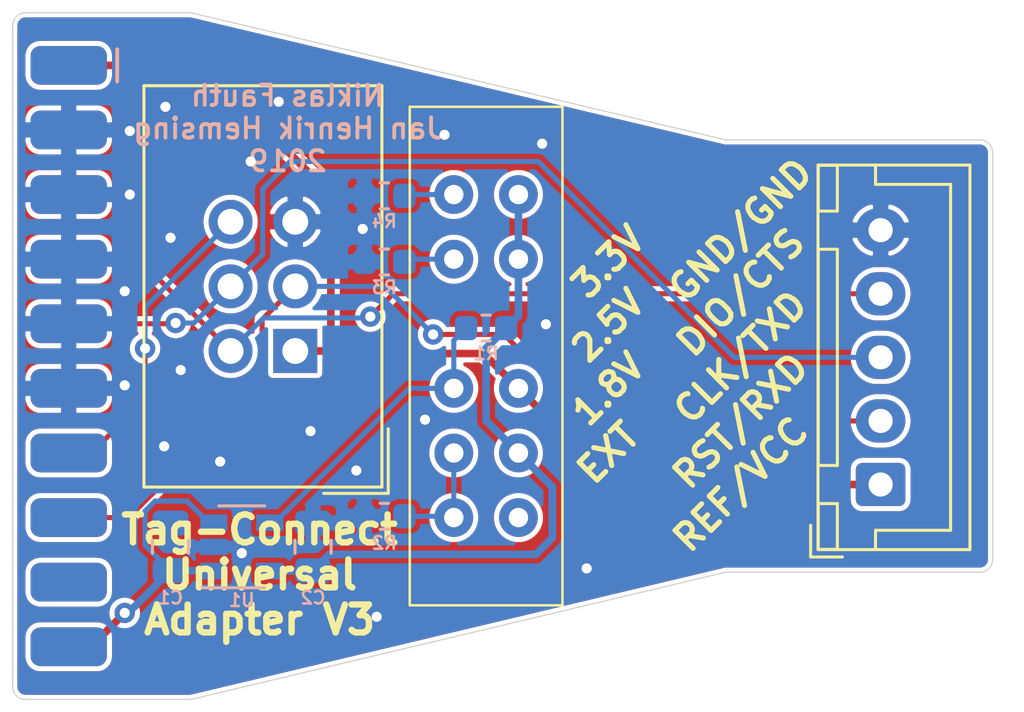
<source format=kicad_pcb>
(kicad_pcb (version 20171130) (host pcbnew 5.0.1)

  (general
    (thickness 1.6)
    (drawings 34)
    (tracks 112)
    (zones 0)
    (modules 11)
    (nets 23)
  )

  (page A4)
  (layers
    (0 F.Cu signal)
    (31 B.Cu signal)
    (32 B.Adhes user)
    (33 F.Adhes user)
    (34 B.Paste user)
    (35 F.Paste user)
    (36 B.SilkS user)
    (37 F.SilkS user)
    (38 B.Mask user)
    (39 F.Mask user)
    (40 Dwgs.User user)
    (41 Cmts.User user)
    (42 Eco1.User user)
    (43 Eco2.User user)
    (44 Edge.Cuts user)
    (45 Margin user)
    (46 B.CrtYd user)
    (47 F.CrtYd user)
    (48 B.Fab user hide)
    (49 F.Fab user hide)
  )

  (setup
    (last_trace_width 0.25)
    (user_trace_width 0.2)
    (user_trace_width 0.3)
    (trace_clearance 0.2)
    (zone_clearance 0.157)
    (zone_45_only no)
    (trace_min 0.2)
    (segment_width 0.2)
    (edge_width 0.05)
    (via_size 0.8)
    (via_drill 0.4)
    (via_min_size 0.4)
    (via_min_drill 0.3)
    (uvia_size 0.3)
    (uvia_drill 0.1)
    (uvias_allowed no)
    (uvia_min_size 0.2)
    (uvia_min_drill 0.1)
    (pcb_text_width 0.3)
    (pcb_text_size 1.5 1.5)
    (mod_edge_width 0.12)
    (mod_text_size 0.5 0.5)
    (mod_text_width 0.1)
    (pad_size 1.524 1.524)
    (pad_drill 0.762)
    (pad_to_mask_clearance 0.051)
    (solder_mask_min_width 0.25)
    (aux_axis_origin 0 0)
    (visible_elements FFFFFF7F)
    (pcbplotparams
      (layerselection 0x010fc_ffffffff)
      (usegerberextensions true)
      (usegerberattributes false)
      (usegerberadvancedattributes false)
      (creategerberjobfile false)
      (excludeedgelayer false)
      (linewidth 0.100000)
      (plotframeref false)
      (viasonmask false)
      (mode 1)
      (useauxorigin false)
      (hpglpennumber 1)
      (hpglpenspeed 20)
      (hpglpendiameter 15.000000)
      (psnegative false)
      (psa4output false)
      (plotreference true)
      (plotvalue true)
      (plotinvisibletext false)
      (padsonsilk false)
      (subtractmaskfromsilk false)
      (outputformat 1)
      (mirror false)
      (drillshape 0)
      (scaleselection 1)
      (outputdirectory "gerber/"))
  )

  (net 0 "")
  (net 1 "Net-(J1-Pad19)")
  (net 2 "Net-(J1-Pad18)")
  (net 3 "Net-(J1-Pad17)")
  (net 4 RST)
  (net 5 "Net-(J1-Pad15)")
  (net 6 SWO)
  (net 7 "Net-(J1-Pad13)")
  (net 8 "Net-(J1-Pad12)")
  (net 9 GND)
  (net 10 CLK)
  (net 11 DIO)
  (net 12 "Net-(J1-Pad6)")
  (net 13 "Net-(J1-Pad4)")
  (net 14 REF)
  (net 15 "Net-(J1-Pad1)")
  (net 16 +5V)
  (net 17 "Net-(U2-Pad1)")
  (net 18 LDOOUT)
  (net 19 "Net-(R2-Pad2)")
  (net 20 "Net-(R1-Pad2)")
  (net 21 "Net-(R3-Pad2)")
  (net 22 "Net-(R4-Pad2)")

  (net_class Default "This is the default net class."
    (clearance 0.2)
    (trace_width 0.25)
    (via_dia 0.8)
    (via_drill 0.4)
    (uvia_dia 0.3)
    (uvia_drill 0.1)
    (add_net +5V)
    (add_net CLK)
    (add_net DIO)
    (add_net GND)
    (add_net LDOOUT)
    (add_net "Net-(J1-Pad1)")
    (add_net "Net-(J1-Pad12)")
    (add_net "Net-(J1-Pad13)")
    (add_net "Net-(J1-Pad15)")
    (add_net "Net-(J1-Pad17)")
    (add_net "Net-(J1-Pad18)")
    (add_net "Net-(J1-Pad19)")
    (add_net "Net-(J1-Pad4)")
    (add_net "Net-(J1-Pad6)")
    (add_net "Net-(R1-Pad2)")
    (add_net "Net-(R2-Pad2)")
    (add_net "Net-(R3-Pad2)")
    (add_net "Net-(R4-Pad2)")
    (add_net "Net-(U2-Pad1)")
    (add_net REF)
    (add_net RST)
    (add_net SWO)
  )

  (module Connector_JST:JST_XH_B5B-XH-A_1x05_P2.50mm_Vertical (layer F.Cu) (tedit 5DBCC672) (tstamp 5DE00176)
    (at 92.1 51.55 90)
    (descr "JST XH series connector, B5B-XH-A (http://www.jst-mfg.com/product/pdf/eng/eXH.pdf), generated with kicad-footprint-generator")
    (tags "connector JST XH vertical")
    (path /5DBDC6F2)
    (fp_text reference J3 (at 5 -3.55 90) (layer F.SilkS) hide
      (effects (font (size 1 1) (thickness 0.15)))
    )
    (fp_text value SWD (at 5 4.6 90) (layer F.Fab)
      (effects (font (size 1 1) (thickness 0.15)))
    )
    (fp_line (start -2.45 -2.35) (end -2.45 3.4) (layer F.Fab) (width 0.1))
    (fp_line (start -2.45 3.4) (end 12.45 3.4) (layer F.Fab) (width 0.1))
    (fp_line (start 12.45 3.4) (end 12.45 -2.35) (layer F.Fab) (width 0.1))
    (fp_line (start 12.45 -2.35) (end -2.45 -2.35) (layer F.Fab) (width 0.1))
    (fp_line (start -2.56 -2.46) (end -2.56 3.51) (layer F.SilkS) (width 0.12))
    (fp_line (start -2.56 3.51) (end 12.56 3.51) (layer F.SilkS) (width 0.12))
    (fp_line (start 12.56 3.51) (end 12.56 -2.46) (layer F.SilkS) (width 0.12))
    (fp_line (start 12.56 -2.46) (end -2.56 -2.46) (layer F.SilkS) (width 0.12))
    (fp_line (start -2.95 -2.85) (end -2.95 3.9) (layer F.CrtYd) (width 0.05))
    (fp_line (start -2.95 3.9) (end 12.95 3.9) (layer F.CrtYd) (width 0.05))
    (fp_line (start 12.95 3.9) (end 12.95 -2.85) (layer F.CrtYd) (width 0.05))
    (fp_line (start 12.95 -2.85) (end -2.95 -2.85) (layer F.CrtYd) (width 0.05))
    (fp_line (start -0.625 -2.35) (end 0 -1.35) (layer F.Fab) (width 0.1))
    (fp_line (start 0 -1.35) (end 0.625 -2.35) (layer F.Fab) (width 0.1))
    (fp_line (start 0.75 -2.45) (end 0.75 -1.7) (layer F.SilkS) (width 0.12))
    (fp_line (start 0.75 -1.7) (end 9.25 -1.7) (layer F.SilkS) (width 0.12))
    (fp_line (start 9.25 -1.7) (end 9.25 -2.45) (layer F.SilkS) (width 0.12))
    (fp_line (start 9.25 -2.45) (end 0.75 -2.45) (layer F.SilkS) (width 0.12))
    (fp_line (start -2.55 -2.45) (end -2.55 -1.7) (layer F.SilkS) (width 0.12))
    (fp_line (start -2.55 -1.7) (end -0.75 -1.7) (layer F.SilkS) (width 0.12))
    (fp_line (start -0.75 -1.7) (end -0.75 -2.45) (layer F.SilkS) (width 0.12))
    (fp_line (start -0.75 -2.45) (end -2.55 -2.45) (layer F.SilkS) (width 0.12))
    (fp_line (start 10.75 -2.45) (end 10.75 -1.7) (layer F.SilkS) (width 0.12))
    (fp_line (start 10.75 -1.7) (end 12.55 -1.7) (layer F.SilkS) (width 0.12))
    (fp_line (start 12.55 -1.7) (end 12.55 -2.45) (layer F.SilkS) (width 0.12))
    (fp_line (start 12.55 -2.45) (end 10.75 -2.45) (layer F.SilkS) (width 0.12))
    (fp_line (start -2.55 -0.2) (end -1.8 -0.2) (layer F.SilkS) (width 0.12))
    (fp_line (start -1.8 -0.2) (end -1.8 2.75) (layer F.SilkS) (width 0.12))
    (fp_line (start -1.8 2.75) (end 5 2.75) (layer F.SilkS) (width 0.12))
    (fp_line (start 12.55 -0.2) (end 11.8 -0.2) (layer F.SilkS) (width 0.12))
    (fp_line (start 11.8 -0.2) (end 11.8 2.75) (layer F.SilkS) (width 0.12))
    (fp_line (start 11.8 2.75) (end 5 2.75) (layer F.SilkS) (width 0.12))
    (fp_line (start -1.6 -2.75) (end -2.85 -2.75) (layer F.SilkS) (width 0.12))
    (fp_line (start -2.85 -2.75) (end -2.85 -1.5) (layer F.SilkS) (width 0.12))
    (fp_text user %R (at 5 2.7 90) (layer F.Fab)
      (effects (font (size 1 1) (thickness 0.15)))
    )
    (pad 1 thru_hole roundrect (at 0 0 90) (size 1.7 1.95) (drill 0.95) (layers *.Cu *.Mask) (roundrect_rratio 0.147059)
      (net 14 REF))
    (pad 2 thru_hole oval (at 2.5 0 90) (size 1.7 1.95) (drill 0.95) (layers *.Cu *.Mask)
      (net 4 RST))
    (pad 3 thru_hole oval (at 5 0 90) (size 1.7 1.95) (drill 0.95) (layers *.Cu *.Mask)
      (net 10 CLK))
    (pad 4 thru_hole oval (at 7.5 0 90) (size 1.7 1.95) (drill 0.95) (layers *.Cu *.Mask)
      (net 11 DIO))
    (pad 5 thru_hole oval (at 10 0 90) (size 1.7 1.95) (drill 0.95) (layers *.Cu *.Mask)
      (net 9 GND))
    (model ${KISYS3DMOD}/Connector_JST.3dshapes/JST_XH_B5B-XH-A_1x05_P2.50mm_Vertical.wrl
      (at (xyz 0 0 0))
      (scale (xyz 1 1 1))
      (rotate (xyz 0 0 0))
    )
  )

  (module Capacitor_SMD:C_0805_2012Metric (layer B.Cu) (tedit 5B36C52B) (tstamp 5DDFDD91)
    (at 69.8 54 90)
    (descr "Capacitor SMD 0805 (2012 Metric), square (rectangular) end terminal, IPC_7351 nominal, (Body size source: https://docs.google.com/spreadsheets/d/1BsfQQcO9C6DZCsRaXUlFlo91Tg2WpOkGARC1WS5S8t0/edit?usp=sharing), generated with kicad-footprint-generator")
    (tags capacitor)
    (path /5DBCF215)
    (attr smd)
    (fp_text reference C2 (at -2 0 180) (layer B.SilkS)
      (effects (font (size 0.5 0.5) (thickness 0.1)) (justify mirror))
    )
    (fp_text value 1u (at 0 -1.65 90) (layer B.Fab)
      (effects (font (size 1 1) (thickness 0.15)) (justify mirror))
    )
    (fp_text user %R (at 0 0 90) (layer B.Fab)
      (effects (font (size 0.5 0.5) (thickness 0.08)) (justify mirror))
    )
    (fp_line (start 1.68 -0.95) (end -1.68 -0.95) (layer B.CrtYd) (width 0.05))
    (fp_line (start 1.68 0.95) (end 1.68 -0.95) (layer B.CrtYd) (width 0.05))
    (fp_line (start -1.68 0.95) (end 1.68 0.95) (layer B.CrtYd) (width 0.05))
    (fp_line (start -1.68 -0.95) (end -1.68 0.95) (layer B.CrtYd) (width 0.05))
    (fp_line (start -0.258578 -0.71) (end 0.258578 -0.71) (layer B.SilkS) (width 0.12))
    (fp_line (start -0.258578 0.71) (end 0.258578 0.71) (layer B.SilkS) (width 0.12))
    (fp_line (start 1 -0.6) (end -1 -0.6) (layer B.Fab) (width 0.1))
    (fp_line (start 1 0.6) (end 1 -0.6) (layer B.Fab) (width 0.1))
    (fp_line (start -1 0.6) (end 1 0.6) (layer B.Fab) (width 0.1))
    (fp_line (start -1 -0.6) (end -1 0.6) (layer B.Fab) (width 0.1))
    (pad 2 smd roundrect (at 0.9375 0 90) (size 0.975 1.4) (layers B.Cu B.Paste B.Mask) (roundrect_rratio 0.25)
      (net 9 GND))
    (pad 1 smd roundrect (at -0.9375 0 90) (size 0.975 1.4) (layers B.Cu B.Paste B.Mask) (roundrect_rratio 0.25)
      (net 18 LDOOUT))
    (model ${KISYS3DMOD}/Capacitor_SMD.3dshapes/C_0805_2012Metric.wrl
      (at (xyz 0 0 0))
      (scale (xyz 1 1 1))
      (rotate (xyz 0 0 0))
    )
  )

  (module Capacitor_SMD:C_0805_2012Metric (layer B.Cu) (tedit 5B36C52B) (tstamp 5DDFDD80)
    (at 64.2 54 90)
    (descr "Capacitor SMD 0805 (2012 Metric), square (rectangular) end terminal, IPC_7351 nominal, (Body size source: https://docs.google.com/spreadsheets/d/1BsfQQcO9C6DZCsRaXUlFlo91Tg2WpOkGARC1WS5S8t0/edit?usp=sharing), generated with kicad-footprint-generator")
    (tags capacitor)
    (path /5DBCEFB5)
    (attr smd)
    (fp_text reference C1 (at -2 0 180) (layer B.SilkS)
      (effects (font (size 0.5 0.5) (thickness 0.1)) (justify mirror))
    )
    (fp_text value 1u (at 0 -1.65 90) (layer B.Fab)
      (effects (font (size 1 1) (thickness 0.15)) (justify mirror))
    )
    (fp_line (start -1 -0.6) (end -1 0.6) (layer B.Fab) (width 0.1))
    (fp_line (start -1 0.6) (end 1 0.6) (layer B.Fab) (width 0.1))
    (fp_line (start 1 0.6) (end 1 -0.6) (layer B.Fab) (width 0.1))
    (fp_line (start 1 -0.6) (end -1 -0.6) (layer B.Fab) (width 0.1))
    (fp_line (start -0.258578 0.71) (end 0.258578 0.71) (layer B.SilkS) (width 0.12))
    (fp_line (start -0.258578 -0.71) (end 0.258578 -0.71) (layer B.SilkS) (width 0.12))
    (fp_line (start -1.68 -0.95) (end -1.68 0.95) (layer B.CrtYd) (width 0.05))
    (fp_line (start -1.68 0.95) (end 1.68 0.95) (layer B.CrtYd) (width 0.05))
    (fp_line (start 1.68 0.95) (end 1.68 -0.95) (layer B.CrtYd) (width 0.05))
    (fp_line (start 1.68 -0.95) (end -1.68 -0.95) (layer B.CrtYd) (width 0.05))
    (fp_text user %R (at 0 0 90) (layer B.Fab)
      (effects (font (size 0.5 0.5) (thickness 0.08)) (justify mirror))
    )
    (pad 1 smd roundrect (at -0.9375 0 90) (size 0.975 1.4) (layers B.Cu B.Paste B.Mask) (roundrect_rratio 0.25)
      (net 16 +5V))
    (pad 2 smd roundrect (at 0.9375 0 90) (size 0.975 1.4) (layers B.Cu B.Paste B.Mask) (roundrect_rratio 0.25)
      (net 9 GND))
    (model ${KISYS3DMOD}/Capacitor_SMD.3dshapes/C_0805_2012Metric.wrl
      (at (xyz 0 0 0))
      (scale (xyz 1 1 1))
      (rotate (xyz 0 0 0))
    )
  )

  (module Package_TO_SOT_SMD:SOT-23-5 (layer B.Cu) (tedit 5A02FF57) (tstamp 5DDFDCD5)
    (at 67 54)
    (descr "5-pin SOT23 package")
    (tags SOT-23-5)
    (path /5DBCEBD6)
    (attr smd)
    (fp_text reference U1 (at 0 2.1) (layer B.SilkS)
      (effects (font (size 0.5 0.5) (thickness 0.1)) (justify mirror))
    )
    (fp_text value SGM2019 (at 0 -2.9) (layer B.Fab)
      (effects (font (size 1 1) (thickness 0.15)) (justify mirror))
    )
    (fp_text user %R (at 0 0 -90) (layer B.Fab)
      (effects (font (size 0.5 0.5) (thickness 0.075)) (justify mirror))
    )
    (fp_line (start -0.9 -1.61) (end 0.9 -1.61) (layer B.SilkS) (width 0.12))
    (fp_line (start 0.9 1.61) (end -1.55 1.61) (layer B.SilkS) (width 0.12))
    (fp_line (start -1.9 1.8) (end 1.9 1.8) (layer B.CrtYd) (width 0.05))
    (fp_line (start 1.9 1.8) (end 1.9 -1.8) (layer B.CrtYd) (width 0.05))
    (fp_line (start 1.9 -1.8) (end -1.9 -1.8) (layer B.CrtYd) (width 0.05))
    (fp_line (start -1.9 -1.8) (end -1.9 1.8) (layer B.CrtYd) (width 0.05))
    (fp_line (start -0.9 0.9) (end -0.25 1.55) (layer B.Fab) (width 0.1))
    (fp_line (start 0.9 1.55) (end -0.25 1.55) (layer B.Fab) (width 0.1))
    (fp_line (start -0.9 0.9) (end -0.9 -1.55) (layer B.Fab) (width 0.1))
    (fp_line (start 0.9 -1.55) (end -0.9 -1.55) (layer B.Fab) (width 0.1))
    (fp_line (start 0.9 1.55) (end 0.9 -1.55) (layer B.Fab) (width 0.1))
    (pad 1 smd rect (at -1.1 0.95) (size 1.06 0.65) (layers B.Cu B.Paste B.Mask)
      (net 16 +5V))
    (pad 2 smd rect (at -1.1 0) (size 1.06 0.65) (layers B.Cu B.Paste B.Mask)
      (net 9 GND))
    (pad 3 smd rect (at -1.1 -0.95) (size 1.06 0.65) (layers B.Cu B.Paste B.Mask)
      (net 16 +5V))
    (pad 4 smd rect (at 1.1 -0.95) (size 1.06 0.65) (layers B.Cu B.Paste B.Mask)
      (net 20 "Net-(R1-Pad2)"))
    (pad 5 smd rect (at 1.1 0.95) (size 1.06 0.65) (layers B.Cu B.Paste B.Mask)
      (net 18 LDOOUT))
    (model ${KISYS3DMOD}/Package_TO_SOT_SMD.3dshapes/SOT-23-5.wrl
      (at (xyz 0 0 0))
      (scale (xyz 1 1 1))
      (rotate (xyz 0 0 0))
    )
  )

  (module Resistor_SMD:R_0603_1608Metric (layer B.Cu) (tedit 5B301BBD) (tstamp 5DDFDCC0)
    (at 72.6 40.2)
    (descr "Resistor SMD 0603 (1608 Metric), square (rectangular) end terminal, IPC_7351 nominal, (Body size source: http://www.tortai-tech.com/upload/download/2011102023233369053.pdf), generated with kicad-footprint-generator")
    (tags resistor)
    (path /5DBCF9E5)
    (attr smd)
    (fp_text reference R4 (at 0 1) (layer B.SilkS)
      (effects (font (size 0.5 0.5) (thickness 0.1)) (justify mirror))
    )
    (fp_text value 5k (at 0 -1.43) (layer B.Fab)
      (effects (font (size 1 1) (thickness 0.15)) (justify mirror))
    )
    (fp_text user %R (at 0 0) (layer B.Fab)
      (effects (font (size 0.4 0.4) (thickness 0.06)) (justify mirror))
    )
    (fp_line (start 1.48 -0.73) (end -1.48 -0.73) (layer B.CrtYd) (width 0.05))
    (fp_line (start 1.48 0.73) (end 1.48 -0.73) (layer B.CrtYd) (width 0.05))
    (fp_line (start -1.48 0.73) (end 1.48 0.73) (layer B.CrtYd) (width 0.05))
    (fp_line (start -1.48 -0.73) (end -1.48 0.73) (layer B.CrtYd) (width 0.05))
    (fp_line (start -0.162779 -0.51) (end 0.162779 -0.51) (layer B.SilkS) (width 0.12))
    (fp_line (start -0.162779 0.51) (end 0.162779 0.51) (layer B.SilkS) (width 0.12))
    (fp_line (start 0.8 -0.4) (end -0.8 -0.4) (layer B.Fab) (width 0.1))
    (fp_line (start 0.8 0.4) (end 0.8 -0.4) (layer B.Fab) (width 0.1))
    (fp_line (start -0.8 0.4) (end 0.8 0.4) (layer B.Fab) (width 0.1))
    (fp_line (start -0.8 -0.4) (end -0.8 0.4) (layer B.Fab) (width 0.1))
    (pad 2 smd roundrect (at 0.7875 0) (size 0.875 0.95) (layers B.Cu B.Paste B.Mask) (roundrect_rratio 0.25)
      (net 22 "Net-(R4-Pad2)"))
    (pad 1 smd roundrect (at -0.7875 0) (size 0.875 0.95) (layers B.Cu B.Paste B.Mask) (roundrect_rratio 0.25)
      (net 9 GND))
    (model ${KISYS3DMOD}/Resistor_SMD.3dshapes/R_0603_1608Metric.wrl
      (at (xyz 0 0 0))
      (scale (xyz 1 1 1))
      (rotate (xyz 0 0 0))
    )
  )

  (module Resistor_SMD:R_0603_1608Metric (layer B.Cu) (tedit 5B301BBD) (tstamp 5DDFDCAF)
    (at 72.6 42.8)
    (descr "Resistor SMD 0603 (1608 Metric), square (rectangular) end terminal, IPC_7351 nominal, (Body size source: http://www.tortai-tech.com/upload/download/2011102023233369053.pdf), generated with kicad-footprint-generator")
    (tags resistor)
    (path /5DBCF96B)
    (attr smd)
    (fp_text reference R3 (at 0 1) (layer B.SilkS)
      (effects (font (size 0.5 0.5) (thickness 0.1)) (justify mirror))
    )
    (fp_text value 10.8k (at 0 -1.43) (layer B.Fab)
      (effects (font (size 1 1) (thickness 0.15)) (justify mirror))
    )
    (fp_line (start -0.8 -0.4) (end -0.8 0.4) (layer B.Fab) (width 0.1))
    (fp_line (start -0.8 0.4) (end 0.8 0.4) (layer B.Fab) (width 0.1))
    (fp_line (start 0.8 0.4) (end 0.8 -0.4) (layer B.Fab) (width 0.1))
    (fp_line (start 0.8 -0.4) (end -0.8 -0.4) (layer B.Fab) (width 0.1))
    (fp_line (start -0.162779 0.51) (end 0.162779 0.51) (layer B.SilkS) (width 0.12))
    (fp_line (start -0.162779 -0.51) (end 0.162779 -0.51) (layer B.SilkS) (width 0.12))
    (fp_line (start -1.48 -0.73) (end -1.48 0.73) (layer B.CrtYd) (width 0.05))
    (fp_line (start -1.48 0.73) (end 1.48 0.73) (layer B.CrtYd) (width 0.05))
    (fp_line (start 1.48 0.73) (end 1.48 -0.73) (layer B.CrtYd) (width 0.05))
    (fp_line (start 1.48 -0.73) (end -1.48 -0.73) (layer B.CrtYd) (width 0.05))
    (fp_text user %R (at 0 0) (layer B.Fab)
      (effects (font (size 0.4 0.4) (thickness 0.06)) (justify mirror))
    )
    (pad 1 smd roundrect (at -0.7875 0) (size 0.875 0.95) (layers B.Cu B.Paste B.Mask) (roundrect_rratio 0.25)
      (net 9 GND))
    (pad 2 smd roundrect (at 0.7875 0) (size 0.875 0.95) (layers B.Cu B.Paste B.Mask) (roundrect_rratio 0.25)
      (net 21 "Net-(R3-Pad2)"))
    (model ${KISYS3DMOD}/Resistor_SMD.3dshapes/R_0603_1608Metric.wrl
      (at (xyz 0 0 0))
      (scale (xyz 1 1 1))
      (rotate (xyz 0 0 0))
    )
  )

  (module Resistor_SMD:R_0603_1608Metric (layer B.Cu) (tedit 5B301BBD) (tstamp 5DDFDC9E)
    (at 72.6 52.8)
    (descr "Resistor SMD 0603 (1608 Metric), square (rectangular) end terminal, IPC_7351 nominal, (Body size source: http://www.tortai-tech.com/upload/download/2011102023233369053.pdf), generated with kicad-footprint-generator")
    (tags resistor)
    (path /5DBCF800)
    (attr smd)
    (fp_text reference R2 (at 0 1.05) (layer B.SilkS)
      (effects (font (size 0.5 0.5) (thickness 0.1)) (justify mirror))
    )
    (fp_text value 17.5k (at 0 -1.43) (layer B.Fab)
      (effects (font (size 1 1) (thickness 0.15)) (justify mirror))
    )
    (fp_text user %R (at 0 0) (layer B.Fab)
      (effects (font (size 0.4 0.4) (thickness 0.06)) (justify mirror))
    )
    (fp_line (start 1.48 -0.73) (end -1.48 -0.73) (layer B.CrtYd) (width 0.05))
    (fp_line (start 1.48 0.73) (end 1.48 -0.73) (layer B.CrtYd) (width 0.05))
    (fp_line (start -1.48 0.73) (end 1.48 0.73) (layer B.CrtYd) (width 0.05))
    (fp_line (start -1.48 -0.73) (end -1.48 0.73) (layer B.CrtYd) (width 0.05))
    (fp_line (start -0.162779 -0.51) (end 0.162779 -0.51) (layer B.SilkS) (width 0.12))
    (fp_line (start -0.162779 0.51) (end 0.162779 0.51) (layer B.SilkS) (width 0.12))
    (fp_line (start 0.8 -0.4) (end -0.8 -0.4) (layer B.Fab) (width 0.1))
    (fp_line (start 0.8 0.4) (end 0.8 -0.4) (layer B.Fab) (width 0.1))
    (fp_line (start -0.8 0.4) (end 0.8 0.4) (layer B.Fab) (width 0.1))
    (fp_line (start -0.8 -0.4) (end -0.8 0.4) (layer B.Fab) (width 0.1))
    (pad 2 smd roundrect (at 0.7875 0) (size 0.875 0.95) (layers B.Cu B.Paste B.Mask) (roundrect_rratio 0.25)
      (net 19 "Net-(R2-Pad2)"))
    (pad 1 smd roundrect (at -0.7875 0) (size 0.875 0.95) (layers B.Cu B.Paste B.Mask) (roundrect_rratio 0.25)
      (net 9 GND))
    (model ${KISYS3DMOD}/Resistor_SMD.3dshapes/R_0603_1608Metric.wrl
      (at (xyz 0 0 0))
      (scale (xyz 1 1 1))
      (rotate (xyz 0 0 0))
    )
  )

  (module Resistor_SMD:R_0603_1608Metric (layer B.Cu) (tedit 5B301BBD) (tstamp 5DDFDC8D)
    (at 76.6 45.4 180)
    (descr "Resistor SMD 0603 (1608 Metric), square (rectangular) end terminal, IPC_7351 nominal, (Body size source: http://www.tortai-tech.com/upload/download/2011102023233369053.pdf), generated with kicad-footprint-generator")
    (tags resistor)
    (path /5DBCF540)
    (attr smd)
    (fp_text reference R1 (at 0 -1 180) (layer B.SilkS)
      (effects (font (size 0.5 0.5) (thickness 0.1)) (justify mirror))
    )
    (fp_text value 10k (at 0 -1.43 180) (layer B.Fab)
      (effects (font (size 1 1) (thickness 0.15)) (justify mirror))
    )
    (fp_line (start -0.8 -0.4) (end -0.8 0.4) (layer B.Fab) (width 0.1))
    (fp_line (start -0.8 0.4) (end 0.8 0.4) (layer B.Fab) (width 0.1))
    (fp_line (start 0.8 0.4) (end 0.8 -0.4) (layer B.Fab) (width 0.1))
    (fp_line (start 0.8 -0.4) (end -0.8 -0.4) (layer B.Fab) (width 0.1))
    (fp_line (start -0.162779 0.51) (end 0.162779 0.51) (layer B.SilkS) (width 0.12))
    (fp_line (start -0.162779 -0.51) (end 0.162779 -0.51) (layer B.SilkS) (width 0.12))
    (fp_line (start -1.48 -0.73) (end -1.48 0.73) (layer B.CrtYd) (width 0.05))
    (fp_line (start -1.48 0.73) (end 1.48 0.73) (layer B.CrtYd) (width 0.05))
    (fp_line (start 1.48 0.73) (end 1.48 -0.73) (layer B.CrtYd) (width 0.05))
    (fp_line (start 1.48 -0.73) (end -1.48 -0.73) (layer B.CrtYd) (width 0.05))
    (fp_text user %R (at 0 0 180) (layer B.Fab)
      (effects (font (size 0.4 0.4) (thickness 0.06)) (justify mirror))
    )
    (pad 1 smd roundrect (at -0.7875 0 180) (size 0.875 0.95) (layers B.Cu B.Paste B.Mask) (roundrect_rratio 0.25)
      (net 18 LDOOUT))
    (pad 2 smd roundrect (at 0.7875 0 180) (size 0.875 0.95) (layers B.Cu B.Paste B.Mask) (roundrect_rratio 0.25)
      (net 20 "Net-(R1-Pad2)"))
    (model ${KISYS3DMOD}/Resistor_SMD.3dshapes/R_0603_1608Metric.wrl
      (at (xyz 0 0 0))
      (scale (xyz 1 1 1))
      (rotate (xyz 0 0 0))
    )
  )

  (module otter:SS-24E06-TG (layer F.Cu) (tedit 5DBCBC91) (tstamp 5DDFDC7C)
    (at 76.6 46.5 90)
    (path /5DBD8263)
    (fp_text reference U2 (at 0 -5.85 90) (layer F.SilkS) hide
      (effects (font (size 0.5 0.5) (thickness 0.1)))
    )
    (fp_text value switch_0204 (at 0 -6.85 90) (layer F.Fab)
      (effects (font (size 1 1) (thickness 0.15)))
    )
    (fp_line (start 9.8 -3) (end 9.8 3) (layer F.SilkS) (width 0.1))
    (fp_line (start 9.8 3) (end -9.8 3) (layer F.SilkS) (width 0.1))
    (fp_line (start -9.8 3) (end -9.8 -3) (layer F.SilkS) (width 0.1))
    (fp_line (start -9.8 -3) (end 9.8 -3) (layer F.SilkS) (width 0.1))
    (pad 1 thru_hole circle (at -6.35 1.27 90) (size 1.524 1.524) (drill 0.762) (layers *.Cu *.Mask)
      (net 17 "Net-(U2-Pad1)"))
    (pad 2 thru_hole circle (at -3.81 1.27 90) (size 1.524 1.524) (drill 0.762) (layers *.Cu *.Mask)
      (net 18 LDOOUT))
    (pad 3 thru_hole circle (at -1.27 1.27 90) (size 1.524 1.524) (drill 0.762) (layers *.Cu *.Mask)
      (net 14 REF))
    (pad 4 thru_hole circle (at 3.81 1.27 90) (size 1.524 1.524) (drill 0.762) (layers *.Cu *.Mask)
      (net 18 LDOOUT))
    (pad 5 thru_hole circle (at 6.35 1.27 90) (size 1.524 1.524) (drill 0.762) (layers *.Cu *.Mask)
      (net 18 LDOOUT))
    (pad 6 thru_hole circle (at -6.35 -1.27 90) (size 1.524 1.524) (drill 0.762) (layers *.Cu *.Mask)
      (net 19 "Net-(R2-Pad2)"))
    (pad 7 thru_hole circle (at -3.81 -1.27 90) (size 1.524 1.524) (drill 0.762) (layers *.Cu *.Mask)
      (net 19 "Net-(R2-Pad2)"))
    (pad 8 thru_hole circle (at -1.27 -1.27 90) (size 1.524 1.524) (drill 0.762) (layers *.Cu *.Mask)
      (net 20 "Net-(R1-Pad2)"))
    (pad 9 thru_hole circle (at 3.81 -1.27 90) (size 1.524 1.524) (drill 0.762) (layers *.Cu *.Mask)
      (net 21 "Net-(R3-Pad2)"))
    (pad 10 thru_hole circle (at 6.35 -1.27 90) (size 1.524 1.524) (drill 0.762) (layers *.Cu *.Mask)
      (net 22 "Net-(R4-Pad2)"))
  )

  (module Connector_IDC:IDC-Header_2x03_P2.54mm_Vertical (layer F.Cu) (tedit 5DBCBC8C) (tstamp 5DD3FF10)
    (at 69.1 46.3 180)
    (descr "Through hole straight IDC box header, 2x03, 2.54mm pitch, double rows")
    (tags "Through hole IDC box header THT 2x03 2.54mm double row")
    (path /5CD058A4)
    (fp_text reference J2 (at 1.27 -6.604 180) (layer F.SilkS) hide
      (effects (font (size 0.5 0.5) (thickness 0.1)))
    )
    (fp_text value TC (at 1.27 11.684 180) (layer F.Fab)
      (effects (font (size 1 1) (thickness 0.15)))
    )
    (fp_text user %R (at 1.27 2.54 180) (layer F.Fab)
      (effects (font (size 1 1) (thickness 0.15)))
    )
    (fp_line (start 5.695 -5.1) (end 5.695 10.18) (layer F.Fab) (width 0.1))
    (fp_line (start 5.145 -4.56) (end 5.145 9.62) (layer F.Fab) (width 0.1))
    (fp_line (start -3.155 -5.1) (end -3.155 10.18) (layer F.Fab) (width 0.1))
    (fp_line (start -2.605 -4.56) (end -2.605 0.29) (layer F.Fab) (width 0.1))
    (fp_line (start -2.605 4.79) (end -2.605 9.62) (layer F.Fab) (width 0.1))
    (fp_line (start -2.605 0.29) (end -3.155 0.29) (layer F.Fab) (width 0.1))
    (fp_line (start -2.605 4.79) (end -3.155 4.79) (layer F.Fab) (width 0.1))
    (fp_line (start 5.695 -5.1) (end -3.155 -5.1) (layer F.Fab) (width 0.1))
    (fp_line (start 5.145 -4.56) (end -2.605 -4.56) (layer F.Fab) (width 0.1))
    (fp_line (start 5.695 10.18) (end -3.155 10.18) (layer F.Fab) (width 0.1))
    (fp_line (start 5.145 9.62) (end -2.605 9.62) (layer F.Fab) (width 0.1))
    (fp_line (start 5.695 -5.1) (end 5.145 -4.56) (layer F.Fab) (width 0.1))
    (fp_line (start 5.695 10.18) (end 5.145 9.62) (layer F.Fab) (width 0.1))
    (fp_line (start -3.155 -5.1) (end -2.605 -4.56) (layer F.Fab) (width 0.1))
    (fp_line (start -3.155 10.18) (end -2.605 9.62) (layer F.Fab) (width 0.1))
    (fp_line (start 5.95 -5.35) (end 5.95 10.43) (layer F.CrtYd) (width 0.05))
    (fp_line (start 5.95 10.43) (end -3.41 10.43) (layer F.CrtYd) (width 0.05))
    (fp_line (start -3.41 10.43) (end -3.41 -5.35) (layer F.CrtYd) (width 0.05))
    (fp_line (start -3.41 -5.35) (end 5.95 -5.35) (layer F.CrtYd) (width 0.05))
    (fp_line (start 5.945 -5.35) (end 5.945 10.43) (layer F.SilkS) (width 0.12))
    (fp_line (start 5.945 10.43) (end -3.405 10.43) (layer F.SilkS) (width 0.12))
    (fp_line (start -3.405 10.43) (end -3.405 -5.35) (layer F.SilkS) (width 0.12))
    (fp_line (start -3.405 -5.35) (end 5.945 -5.35) (layer F.SilkS) (width 0.12))
    (fp_line (start -3.655 -5.6) (end -3.655 -3.06) (layer F.SilkS) (width 0.12))
    (fp_line (start -3.655 -5.6) (end -1.115 -5.6) (layer F.SilkS) (width 0.12))
    (pad 1 thru_hole rect (at 0 0 180) (size 1.7272 1.7272) (drill 1.016) (layers *.Cu *.Mask)
      (net 14 REF))
    (pad 2 thru_hole oval (at 2.54 0 180) (size 1.7272 1.7272) (drill 1.016) (layers *.Cu *.Mask)
      (net 11 DIO))
    (pad 3 thru_hole oval (at 0 2.54 180) (size 1.7272 1.7272) (drill 1.016) (layers *.Cu *.Mask)
      (net 4 RST))
    (pad 4 thru_hole oval (at 2.54 2.54 180) (size 1.7272 1.7272) (drill 1.016) (layers *.Cu *.Mask)
      (net 10 CLK))
    (pad 5 thru_hole oval (at 0 5.08 180) (size 1.7272 1.7272) (drill 1.016) (layers *.Cu *.Mask)
      (net 9 GND))
    (pad 6 thru_hole oval (at 2.54 5.08 180) (size 1.7272 1.7272) (drill 1.016) (layers *.Cu *.Mask)
      (net 6 SWO))
    (model ${KISYS3DMOD}/Connector_IDC.3dshapes/IDC-Header_2x03_P2.54mm_Vertical.wrl
      (at (xyz 0 0 0))
      (scale (xyz 1 1 1))
      (rotate (xyz 0 0 0))
    )
  )

  (module otter:conn_02x10_edge (layer F.Cu) (tedit 5DBCC3A5) (tstamp 5DD3F3D8)
    (at 60.2 46.5)
    (path /5CD0A8DD)
    (fp_text reference J1 (at 0.05 -13.97) (layer F.SilkS) hide
      (effects (font (size 0.5 0.5) (thickness 0.1)))
    )
    (fp_text value JLINK (at 0.05 -14.97) (layer F.Fab)
      (effects (font (size 1 1) (thickness 0.15)))
    )
    (fp_line (start 1.905 -12.065) (end 1.905 -10.795) (layer B.SilkS) (width 0.15))
    (pad 20 smd roundrect (at 0 11.43) (size 3 1.524) (layers F.Cu F.Mask) (roundrect_rratio 0.25)
      (net 16 +5V))
    (pad 18 smd roundrect (at 0 8.89) (size 3 1.524) (layers F.Cu F.Mask) (roundrect_rratio 0.25)
      (net 2 "Net-(J1-Pad18)"))
    (pad 16 smd roundrect (at 0 6.35) (size 3 1.524) (layers F.Cu F.Mask) (roundrect_rratio 0.25)
      (net 4 RST))
    (pad 14 smd roundrect (at 0 3.81) (size 3 1.524) (layers F.Cu F.Mask) (roundrect_rratio 0.25)
      (net 6 SWO))
    (pad 12 smd roundrect (at 0 1.27) (size 3 1.524) (layers F.Cu F.Mask) (roundrect_rratio 0.25)
      (net 8 "Net-(J1-Pad12)"))
    (pad 10 smd roundrect (at 0 -1.27) (size 3 1.524) (layers F.Cu F.Mask) (roundrect_rratio 0.25)
      (net 10 CLK))
    (pad 8 smd roundrect (at 0 -3.81) (size 3 1.524) (layers F.Cu F.Mask) (roundrect_rratio 0.25)
      (net 11 DIO))
    (pad 6 smd roundrect (at 0 -6.35) (size 3 1.524) (layers F.Cu F.Mask) (roundrect_rratio 0.25)
      (net 12 "Net-(J1-Pad6)"))
    (pad 4 smd roundrect (at 0 -8.89) (size 3 1.524) (layers F.Cu F.Mask) (roundrect_rratio 0.25)
      (net 13 "Net-(J1-Pad4)"))
    (pad 2 smd roundrect (at 0 -11.43) (size 3 1.524) (layers F.Cu F.Mask) (roundrect_rratio 0.25)
      (net 14 REF))
    (pad 11 smd roundrect (at 0 1.27) (size 3 1.524) (layers B.Cu B.Mask) (roundrect_rratio 0.25)
      (net 9 GND))
    (pad 13 smd roundrect (at 0 3.81) (size 3 1.524) (layers B.Cu B.Mask) (roundrect_rratio 0.25)
      (net 7 "Net-(J1-Pad13)"))
    (pad 9 smd roundrect (at 0 -1.27) (size 3 1.524) (layers B.Cu B.Mask) (roundrect_rratio 0.25)
      (net 9 GND))
    (pad 5 smd roundrect (at 0 -6.35) (size 3 1.524) (layers B.Cu B.Mask) (roundrect_rratio 0.25)
      (net 9 GND))
    (pad 3 smd roundrect (at 0 -8.89) (size 3 1.524) (layers B.Cu B.Mask) (roundrect_rratio 0.25)
      (net 9 GND))
    (pad 19 smd roundrect (at 0 11.43) (size 3 1.524) (layers B.Cu B.Mask) (roundrect_rratio 0.25)
      (net 1 "Net-(J1-Pad19)"))
    (pad 17 smd roundrect (at 0 8.89) (size 3 1.524) (layers B.Cu B.Mask) (roundrect_rratio 0.25)
      (net 3 "Net-(J1-Pad17)"))
    (pad 15 smd roundrect (at 0 6.35) (size 3 1.524) (layers B.Cu B.Mask) (roundrect_rratio 0.25)
      (net 5 "Net-(J1-Pad15)"))
    (pad 1 smd roundrect (at 0 -11.43) (size 3 1.524) (layers B.Cu B.Mask) (roundrect_rratio 0.25)
      (net 15 "Net-(J1-Pad1)"))
    (pad 7 smd roundrect (at 0 -3.81) (size 3 1.524) (layers B.Cu B.Mask) (roundrect_rratio 0.25)
      (net 9 GND))
    (model ${KISYS3DMOD}/Connector_PinSocket_2.54mm.3dshapes/PinSocket_2x10_P2.54mm_Vertical.wrl
      (offset (xyz -2.5 11.5 0))
      (scale (xyz 1 1 1))
      (rotate (xyz 0 90 0))
    )
  )

  (gr_text "Niklas Fauth\nJan Henrik Hemsing\n2019" (at 68.8 37.55) (layer B.SilkS)
    (effects (font (size 0.8 0.8) (thickness 0.15)) (justify mirror))
  )
  (gr_text RST/RXD (at 86.6 49.05 45) (layer F.SilkS) (tstamp 5DE0081F)
    (effects (font (size 1 1) (thickness 0.2)))
  )
  (gr_line (start 93.75 51.55) (end 79.85 51.55) (layer Eco1.User) (width 0.2) (tstamp 5DDFE1BD))
  (gr_line (start 93.75 49.05) (end 79.85 49.05) (layer Eco1.User) (width 0.2) (tstamp 5DDFE1BD))
  (gr_line (start 93.75 46.55) (end 79.85 46.55) (layer Eco1.User) (width 0.2) (tstamp 5DDFE1BD))
  (gr_line (start 93.75 44) (end 79.85 44) (layer Eco1.User) (width 0.2) (tstamp 5DDFE1BD))
  (gr_line (start 93.75 41.55) (end 79.85 41.55) (layer Eco1.User) (width 0.2) (tstamp 5DDFE1BD))
  (gr_line (start 86.6 52.8) (end 86.6 40.8) (layer Eco1.User) (width 0.2))
  (gr_line (start 81.4 53.1) (end 81.4 40.6) (layer Eco1.User) (width 0.2))
  (gr_line (start 86.6 50.3) (end 79.8 50.3) (layer Eco1.User) (width 0.2) (tstamp 5DDFE1BD))
  (gr_line (start 86.6 47.8) (end 79.8 47.8) (layer Eco1.User) (width 0.2) (tstamp 5DDFE1BD))
  (gr_line (start 86.6 45.3) (end 79.8 45.3) (layer Eco1.User) (width 0.2) (tstamp 5DDFE1BD))
  (gr_line (start 86.6 42.8) (end 79.8 42.8) (layer Eco1.User) (width 0.2))
  (gr_text EXT (at 81.4 50.3 45) (layer F.SilkS) (tstamp 5DDFE15F)
    (effects (font (size 1 1) (thickness 0.2)))
  )
  (gr_text 1.8V (at 81.4 47.8 45) (layer F.SilkS) (tstamp 5DDFE15F)
    (effects (font (size 1 1) (thickness 0.2)))
  )
  (gr_text 2.5V (at 81.4 45.3 45) (layer F.SilkS) (tstamp 5DE0082F)
    (effects (font (size 1 1) (thickness 0.2)))
  )
  (gr_text 3.3V (at 81.4 42.8 45) (layer F.SilkS) (tstamp 5DDFE330)
    (effects (font (size 1 1) (thickness 0.2)))
  )
  (gr_text GND/GND (at 86.6 41.55 45) (layer F.SilkS) (tstamp 5CD09A49)
    (effects (font (size 1 1) (thickness 0.2)))
  )
  (gr_text DIO/CTS (at 86.6 44 45) (layer F.SilkS) (tstamp 5CD09A49)
    (effects (font (size 1 1) (thickness 0.2)))
  )
  (gr_text REF/VCC (at 86.6 51.55 45) (layer F.SilkS) (tstamp 5CD09A49)
    (effects (font (size 1 1) (thickness 0.2)))
  )
  (gr_text CLK/TXD (at 86.6 46.55 45) (layer F.SilkS) (tstamp 5CD09A49)
    (effects (font (size 1 1) (thickness 0.2)))
  )
  (gr_text "Tag-Connect\nUniversal\nAdapter V3\n" (at 67.7 55.1) (layer F.SilkS)
    (effects (font (size 1.1 1.1) (thickness 0.25)))
  )
  (gr_arc (start 58.5 59.5) (end 58 59.5) (angle -90) (layer Edge.Cuts) (width 0.05))
  (gr_arc (start 58.5 33.5) (end 58.5 33) (angle -90) (layer Edge.Cuts) (width 0.05))
  (gr_arc (start 96 38.5) (end 96.5 38.5) (angle -90) (layer Edge.Cuts) (width 0.05))
  (gr_arc (start 96 54.5) (end 96 55) (angle -90) (layer Edge.Cuts) (width 0.05))
  (gr_line (start 86 38) (end 65 33) (layer Edge.Cuts) (width 0.05) (tstamp 5CD09305))
  (gr_line (start 96 38) (end 86 38) (layer Edge.Cuts) (width 0.05))
  (gr_line (start 96.5 54.5) (end 96.5 38.5) (layer Edge.Cuts) (width 0.05) (tstamp 5CD098D0))
  (gr_line (start 86 55) (end 96 55) (layer Edge.Cuts) (width 0.05))
  (gr_line (start 65 60) (end 86 55) (layer Edge.Cuts) (width 0.05))
  (gr_line (start 65 33) (end 58.5 33) (layer Edge.Cuts) (width 0.05))
  (gr_line (start 58.5 60) (end 65 60) (layer Edge.Cuts) (width 0.05))
  (gr_line (start 58 33.5) (end 58 59.5) (layer Edge.Cuts) (width 0.05))

  (segment (start 60.2 52.85) (end 62.55 52.85) (width 0.2) (layer F.Cu) (net 4))
  (segment (start 62.55 52.85) (end 67.8 47.6) (width 0.2) (layer F.Cu) (net 4))
  (segment (start 67.8 45.06) (end 69.1 43.76) (width 0.2) (layer F.Cu) (net 4))
  (segment (start 67.8 47.6) (end 67.8 45.06) (width 0.2) (layer F.Cu) (net 4))
  (segment (start 72.627296 43.76) (end 74.117307 45.250011) (width 0.2) (layer B.Cu) (net 4))
  (segment (start 92.1 49.05) (end 80.7 49.05) (width 0.2) (layer F.Cu) (net 4))
  (segment (start 77.30001 45.65001) (end 75.082991 45.65001) (width 0.2) (layer F.Cu) (net 4))
  (segment (start 75.082991 45.65001) (end 74.517306 45.65001) (width 0.2) (layer F.Cu) (net 4))
  (segment (start 74.117307 45.250011) (end 74.517306 45.65001) (width 0.2) (layer B.Cu) (net 4))
  (segment (start 69.1 43.76) (end 72.627296 43.76) (width 0.2) (layer B.Cu) (net 4))
  (segment (start 80.7 49.05) (end 77.30001 45.65001) (width 0.2) (layer F.Cu) (net 4))
  (via (at 74.517306 45.65001) (size 0.8) (drill 0.4) (layers F.Cu B.Cu) (net 4))
  (via (at 63.2 46.2) (size 0.8) (drill 0.4) (layers F.Cu B.Cu) (net 6))
  (segment (start 63.2 44.58) (end 66.56 41.22) (width 0.2) (layer B.Cu) (net 6))
  (segment (start 63.2 46.2) (end 63.2 44.58) (width 0.2) (layer B.Cu) (net 6))
  (segment (start 63.2 48.2) (end 63.2 46.2) (width 0.2) (layer F.Cu) (net 6))
  (segment (start 60.2 50.31) (end 61.09 50.31) (width 0.2) (layer F.Cu) (net 6))
  (segment (start 61.09 50.31) (end 63.2 48.2) (width 0.2) (layer F.Cu) (net 6))
  (via (at 67 54.25) (size 0.8) (drill 0.4) (layers F.Cu B.Cu) (net 9))
  (via (at 71.5 51) (size 0.8) (drill 0.4) (layers F.Cu B.Cu) (net 9))
  (via (at 69.7 49.45) (size 0.8) (drill 0.4) (layers F.Cu B.Cu) (net 9))
  (via (at 64.2 41.85) (size 0.8) (drill 0.4) (layers F.Cu B.Cu) (net 9))
  (via (at 64.6 47.05) (size 0.8) (drill 0.4) (layers F.Cu B.Cu) (net 9))
  (via (at 63.95 50.05) (size 0.8) (drill 0.4) (layers F.Cu B.Cu) (net 9))
  (via (at 66.15 50.65) (size 0.8) (drill 0.4) (layers F.Cu B.Cu) (net 9))
  (via (at 72.3 56.75) (size 0.8) (drill 0.4) (layers F.Cu B.Cu) (net 9))
  (via (at 80.55 54.85) (size 0.8) (drill 0.4) (layers F.Cu B.Cu) (net 9))
  (via (at 74.2 49) (size 0.8) (drill 0.4) (layers F.Cu B.Cu) (net 9))
  (via (at 68.45 36.5) (size 0.8) (drill 0.4) (layers F.Cu B.Cu) (net 9))
  (via (at 64 36.7) (size 0.8) (drill 0.4) (layers F.Cu B.Cu) (net 9))
  (via (at 78.95 45.25) (size 0.8) (drill 0.4) (layers F.Cu B.Cu) (net 9))
  (via (at 78.8 38.14999) (size 0.8) (drill 0.4) (layers F.Cu B.Cu) (net 9))
  (via (at 74.965447 37.79999) (size 0.8) (drill 0.4) (layers F.Cu B.Cu) (net 9))
  (via (at 71.75 41.5) (size 0.8) (drill 0.4) (layers F.Cu B.Cu) (net 9))
  (via (at 67.35 38.85) (size 0.8) (drill 0.4) (layers F.Cu B.Cu) (net 9))
  (via (at 62.6 40.15) (size 0.8) (drill 0.4) (layers F.Cu B.Cu) (net 9))
  (via (at 62.6 37.65) (size 0.8) (drill 0.4) (layers F.Cu B.Cu) (net 9))
  (via (at 62.4 47.65) (size 0.8) (drill 0.4) (layers F.Cu B.Cu) (net 9))
  (via (at 62.4 43.95) (size 0.8) (drill 0.4) (layers F.Cu B.Cu) (net 9))
  (via (at 64.4 45.2) (size 0.8) (drill 0.4) (layers F.Cu B.Cu) (net 10))
  (segment (start 60.2 45.23) (end 64.37 45.23) (width 0.2) (layer F.Cu) (net 10))
  (segment (start 64.37 45.23) (end 64.4 45.2) (width 0.2) (layer F.Cu) (net 10))
  (segment (start 65.12 45.2) (end 66.56 43.76) (width 0.2) (layer B.Cu) (net 10))
  (segment (start 64.4 45.2) (end 65.12 45.2) (width 0.2) (layer B.Cu) (net 10))
  (segment (start 86.35 46.55) (end 92.1 46.55) (width 0.2) (layer B.Cu) (net 10))
  (segment (start 67.82 42.5) (end 67.82 39.93) (width 0.2) (layer B.Cu) (net 10))
  (segment (start 66.56 43.76) (end 67.82 42.5) (width 0.2) (layer B.Cu) (net 10))
  (segment (start 67.82 39.93) (end 68.9 38.85) (width 0.2) (layer B.Cu) (net 10))
  (segment (start 68.9 38.85) (end 78.65 38.85) (width 0.2) (layer B.Cu) (net 10))
  (segment (start 78.65 38.85) (end 86.35 46.55) (width 0.2) (layer B.Cu) (net 10))
  (segment (start 62.95 42.69) (end 60.2 42.69) (width 0.2) (layer F.Cu) (net 11))
  (segment (start 66.56 46.3) (end 62.95 42.69) (width 0.2) (layer F.Cu) (net 11))
  (via (at 72.05 44.95) (size 0.8) (drill 0.4) (layers F.Cu B.Cu) (net 11))
  (segment (start 72 45) (end 72.05 44.95) (width 0.2) (layer B.Cu) (net 11))
  (segment (start 66.56 46.3) (end 67.86 45) (width 0.2) (layer B.Cu) (net 11))
  (segment (start 67.86 45) (end 72 45) (width 0.2) (layer B.Cu) (net 11))
  (segment (start 72.05 44.95) (end 72.95 44.05) (width 0.2) (layer F.Cu) (net 11))
  (segment (start 72.95 44.05) (end 92.1 44.05) (width 0.2) (layer F.Cu) (net 11))
  (segment (start 70.2636 46.3) (end 69.1 46.3) (width 0.3) (layer F.Cu) (net 14))
  (segment (start 60.2 35.07) (end 65.42 35.07) (width 0.3) (layer F.Cu) (net 14))
  (segment (start 65.42 35.07) (end 70.5 40.15) (width 0.3) (layer F.Cu) (net 14))
  (segment (start 70.5 40.15) (end 70.5 46.0636) (width 0.3) (layer F.Cu) (net 14))
  (segment (start 70.5 46.0636) (end 70.2636 46.3) (width 0.3) (layer F.Cu) (net 14))
  (segment (start 81.65 51.55) (end 92.1 51.55) (width 0.3) (layer F.Cu) (net 14))
  (segment (start 77.87 47.77) (end 81.65 51.55) (width 0.3) (layer F.Cu) (net 14))
  (segment (start 77.108001 47.008001) (end 77.87 47.77) (width 0.3) (layer F.Cu) (net 14))
  (segment (start 74.057292 46.3) (end 74.157304 46.400012) (width 0.3) (layer F.Cu) (net 14))
  (segment (start 69.1 46.3) (end 74.057292 46.3) (width 0.3) (layer F.Cu) (net 14))
  (segment (start 76.500012 46.400012) (end 77.108001 47.008001) (width 0.3) (layer F.Cu) (net 14))
  (segment (start 74.157304 46.400012) (end 76.500012 46.400012) (width 0.3) (layer F.Cu) (net 14))
  (via (at 62.399996 56.6) (size 0.8) (drill 0.4) (layers F.Cu B.Cu) (net 16))
  (segment (start 64.2 54.9375) (end 62.5375 56.6) (width 0.3) (layer B.Cu) (net 16))
  (segment (start 62.5375 56.6) (end 62.399996 56.6) (width 0.3) (layer B.Cu) (net 16))
  (segment (start 62.399996 56.600004) (end 62.399996 56.6) (width 0.3) (layer F.Cu) (net 16))
  (segment (start 60.2 57.93) (end 61.07 57.93) (width 0.3) (layer F.Cu) (net 16))
  (segment (start 61.07 57.93) (end 62.399996 56.600004) (width 0.3) (layer F.Cu) (net 16))
  (segment (start 65.8875 54.9375) (end 65.9 54.95) (width 0.3) (layer B.Cu) (net 16))
  (segment (start 64.2 54.9375) (end 65.8875 54.9375) (width 0.3) (layer B.Cu) (net 16))
  (segment (start 65.695 53.05) (end 65.9 53.05) (width 0.2) (layer B.Cu) (net 16))
  (segment (start 64.2 54.9375) (end 63.2 53.9375) (width 0.2) (layer B.Cu) (net 16))
  (segment (start 63.2 53.9375) (end 63.2 52.593506) (width 0.2) (layer B.Cu) (net 16))
  (segment (start 63.2 52.593506) (end 63.593506 52.2) (width 0.2) (layer B.Cu) (net 16))
  (segment (start 64.845 52.2) (end 65.695 53.05) (width 0.2) (layer B.Cu) (net 16))
  (segment (start 63.593506 52.2) (end 64.845 52.2) (width 0.2) (layer B.Cu) (net 16))
  (segment (start 69.7875 54.95) (end 69.8 54.9375) (width 0.3) (layer B.Cu) (net 18))
  (segment (start 68.1 54.95) (end 69.7875 54.95) (width 0.3) (layer B.Cu) (net 18))
  (segment (start 77.87 44.9175) (end 77.3875 45.4) (width 0.3) (layer B.Cu) (net 18))
  (segment (start 77.87 42.69) (end 77.87 44.9175) (width 0.3) (layer B.Cu) (net 18))
  (segment (start 77.87 42.69) (end 77.87 40.15) (width 0.3) (layer B.Cu) (net 18))
  (segment (start 76.925888 45.861612) (end 77.3875 45.4) (width 0.3) (layer B.Cu) (net 18))
  (segment (start 76.6 46.1875) (end 76.925888 45.861612) (width 0.3) (layer B.Cu) (net 18))
  (segment (start 77.87 50.31) (end 76.6 49.04) (width 0.3) (layer B.Cu) (net 18))
  (segment (start 76.6 49.04) (end 76.6 46.1875) (width 0.3) (layer B.Cu) (net 18))
  (segment (start 79.2 51.64) (end 77.87 50.31) (width 0.3) (layer B.Cu) (net 18))
  (segment (start 79.2 53.65) (end 79.2 51.64) (width 0.3) (layer B.Cu) (net 18))
  (segment (start 78.55 54.3) (end 79.2 53.65) (width 0.3) (layer B.Cu) (net 18))
  (segment (start 69.8 54.9375) (end 70.4375 54.3) (width 0.3) (layer B.Cu) (net 18))
  (segment (start 70.4375 54.3) (end 78.55 54.3) (width 0.3) (layer B.Cu) (net 18))
  (segment (start 75.28 52.8) (end 75.33 52.85) (width 0.2) (layer B.Cu) (net 19))
  (segment (start 73.3875 52.8) (end 75.28 52.8) (width 0.2) (layer B.Cu) (net 19))
  (segment (start 75.33 51.38763) (end 75.33 52.85) (width 0.2) (layer B.Cu) (net 19))
  (segment (start 75.33 50.31) (end 75.33 51.38763) (width 0.2) (layer B.Cu) (net 19))
  (segment (start 75.33 45.8825) (end 75.8125 45.4) (width 0.2) (layer B.Cu) (net 20))
  (segment (start 75.33 47.77) (end 75.33 45.8825) (width 0.2) (layer B.Cu) (net 20))
  (segment (start 74.25237 47.77) (end 75.33 47.77) (width 0.2) (layer B.Cu) (net 20))
  (segment (start 73.585 47.77) (end 74.25237 47.77) (width 0.2) (layer B.Cu) (net 20))
  (segment (start 68.305 53.05) (end 73.585 47.77) (width 0.2) (layer B.Cu) (net 20))
  (segment (start 68.1 53.05) (end 68.305 53.05) (width 0.2) (layer B.Cu) (net 20))
  (segment (start 73.4975 42.69) (end 73.3875 42.8) (width 0.2) (layer B.Cu) (net 21))
  (segment (start 75.33 42.69) (end 73.4975 42.69) (width 0.2) (layer B.Cu) (net 21))
  (segment (start 73.4375 40.15) (end 73.3875 40.2) (width 0.2) (layer B.Cu) (net 22))
  (segment (start 75.33 40.15) (end 73.4375 40.15) (width 0.2) (layer B.Cu) (net 22))

  (zone (net 9) (net_name GND) (layer F.Cu) (tstamp 5CD0A819) (hatch edge 0.508)
    (connect_pads (clearance 0.157))
    (min_thickness 0.157)
    (fill yes (arc_segments 32) (thermal_gap 0.2) (thermal_bridge_width 0.6) (smoothing fillet) (radius 0.2))
    (polygon
      (pts
        (xy 57.5 32.5) (xy 57.5 60.5) (xy 97.75 60.5) (xy 97.75 32.5)
      )
    )
    (filled_polygon
      (pts
        (xy 85.931958 38.251581) (xy 85.948933 38.25673) (xy 85.969638 38.258769) (xy 85.990214 38.261576) (xy 86.0079 38.2605)
        (xy 95.987259 38.2605) (xy 96.046279 38.266287) (xy 96.090788 38.279725) (xy 96.131845 38.301554) (xy 96.167881 38.330946)
        (xy 96.197518 38.366771) (xy 96.219635 38.407675) (xy 96.233385 38.452093) (xy 96.239501 38.510285) (xy 96.2395 54.487258)
        (xy 96.233713 54.546279) (xy 96.220275 54.590787) (xy 96.198443 54.631847) (xy 96.169054 54.667881) (xy 96.133231 54.697517)
        (xy 96.092325 54.719635) (xy 96.047907 54.733385) (xy 95.989725 54.7395) (xy 86.0079 54.7395) (xy 85.990214 54.738424)
        (xy 85.969638 54.741231) (xy 85.948933 54.74327) (xy 85.931958 54.748419) (xy 64.969416 59.7395) (xy 58.512742 59.7395)
        (xy 58.453721 59.733713) (xy 58.409213 59.720275) (xy 58.368153 59.698443) (xy 58.332119 59.669054) (xy 58.302483 59.633231)
        (xy 58.280365 59.592325) (xy 58.266615 59.547907) (xy 58.2605 59.489725) (xy 58.2605 57.549) (xy 58.420153 57.549)
        (xy 58.420153 58.311) (xy 58.432851 58.439925) (xy 58.470457 58.563895) (xy 58.531526 58.678147) (xy 58.613711 58.778289)
        (xy 58.713853 58.860474) (xy 58.828105 58.921543) (xy 58.952075 58.959149) (xy 59.081 58.971847) (xy 61.319 58.971847)
        (xy 61.447925 58.959149) (xy 61.571895 58.921543) (xy 61.686147 58.860474) (xy 61.786289 58.778289) (xy 61.868474 58.678147)
        (xy 61.929543 58.563895) (xy 61.967149 58.439925) (xy 61.979847 58.311) (xy 61.979847 57.626143) (xy 62.328433 57.277558)
        (xy 62.33317 57.2785) (xy 62.466822 57.2785) (xy 62.597907 57.252426) (xy 62.721386 57.201279) (xy 62.832515 57.127025)
        (xy 62.927021 57.032519) (xy 63.001275 56.92139) (xy 63.052422 56.797911) (xy 63.078496 56.666826) (xy 63.078496 56.533174)
        (xy 63.052422 56.402089) (xy 63.001275 56.27861) (xy 62.927021 56.167481) (xy 62.832515 56.072975) (xy 62.721386 55.998721)
        (xy 62.597907 55.947574) (xy 62.466822 55.9215) (xy 62.33317 55.9215) (xy 62.202085 55.947574) (xy 62.078606 55.998721)
        (xy 61.967477 56.072975) (xy 61.872971 56.167481) (xy 61.798717 56.27861) (xy 61.74757 56.402089) (xy 61.721496 56.533174)
        (xy 61.721496 56.666826) (xy 61.72244 56.67157) (xy 61.482631 56.911379) (xy 61.447925 56.900851) (xy 61.319 56.888153)
        (xy 59.081 56.888153) (xy 58.952075 56.900851) (xy 58.828105 56.938457) (xy 58.713853 56.999526) (xy 58.613711 57.081711)
        (xy 58.531526 57.181853) (xy 58.470457 57.296105) (xy 58.432851 57.420075) (xy 58.420153 57.549) (xy 58.2605 57.549)
        (xy 58.2605 55.009) (xy 58.420153 55.009) (xy 58.420153 55.771) (xy 58.432851 55.899925) (xy 58.470457 56.023895)
        (xy 58.531526 56.138147) (xy 58.613711 56.238289) (xy 58.713853 56.320474) (xy 58.828105 56.381543) (xy 58.952075 56.419149)
        (xy 59.081 56.431847) (xy 61.319 56.431847) (xy 61.447925 56.419149) (xy 61.571895 56.381543) (xy 61.686147 56.320474)
        (xy 61.786289 56.238289) (xy 61.868474 56.138147) (xy 61.929543 56.023895) (xy 61.967149 55.899925) (xy 61.979847 55.771)
        (xy 61.979847 55.009) (xy 61.967149 54.880075) (xy 61.929543 54.756105) (xy 61.868474 54.641853) (xy 61.786289 54.541711)
        (xy 61.686147 54.459526) (xy 61.571895 54.398457) (xy 61.447925 54.360851) (xy 61.319 54.348153) (xy 59.081 54.348153)
        (xy 58.952075 54.360851) (xy 58.828105 54.398457) (xy 58.713853 54.459526) (xy 58.613711 54.541711) (xy 58.531526 54.641853)
        (xy 58.470457 54.756105) (xy 58.432851 54.880075) (xy 58.420153 55.009) (xy 58.2605 55.009) (xy 58.2605 47.389)
        (xy 58.420153 47.389) (xy 58.420153 48.151) (xy 58.432851 48.279925) (xy 58.470457 48.403895) (xy 58.531526 48.518147)
        (xy 58.613711 48.618289) (xy 58.713853 48.700474) (xy 58.828105 48.761543) (xy 58.952075 48.799149) (xy 59.081 48.811847)
        (xy 61.319 48.811847) (xy 61.447925 48.799149) (xy 61.571895 48.761543) (xy 61.686147 48.700474) (xy 61.786289 48.618289)
        (xy 61.868474 48.518147) (xy 61.929543 48.403895) (xy 61.967149 48.279925) (xy 61.979847 48.151) (xy 61.979847 47.389)
        (xy 61.967149 47.260075) (xy 61.929543 47.136105) (xy 61.868474 47.021853) (xy 61.786289 46.921711) (xy 61.686147 46.839526)
        (xy 61.571895 46.778457) (xy 61.447925 46.740851) (xy 61.319 46.728153) (xy 59.081 46.728153) (xy 58.952075 46.740851)
        (xy 58.828105 46.778457) (xy 58.713853 46.839526) (xy 58.613711 46.921711) (xy 58.531526 47.021853) (xy 58.470457 47.136105)
        (xy 58.432851 47.260075) (xy 58.420153 47.389) (xy 58.2605 47.389) (xy 58.2605 41.22) (xy 65.412374 41.22)
        (xy 65.434425 41.443891) (xy 65.499732 41.659177) (xy 65.605784 41.857587) (xy 65.748506 42.031494) (xy 65.922413 42.174216)
        (xy 66.120823 42.280268) (xy 66.336109 42.345575) (xy 66.503893 42.3621) (xy 66.616107 42.3621) (xy 66.783891 42.345575)
        (xy 66.999177 42.280268) (xy 67.197587 42.174216) (xy 67.371494 42.031494) (xy 67.514216 41.857587) (xy 67.620268 41.659177)
        (xy 67.633959 41.614044) (xy 68.028029 41.614044) (xy 68.063361 41.699373) (xy 68.176801 41.8924) (xy 68.325719 42.059587)
        (xy 68.504392 42.194509) (xy 68.705954 42.291981) (xy 68.8785 42.270801) (xy 68.8785 41.4415) (xy 68.050648 41.4415)
        (xy 68.028029 41.614044) (xy 67.633959 41.614044) (xy 67.685575 41.443891) (xy 67.707626 41.22) (xy 67.685575 40.996109)
        (xy 67.63396 40.825956) (xy 68.028029 40.825956) (xy 68.050648 40.9985) (xy 68.8785 40.9985) (xy 68.8785 40.169199)
        (xy 68.705954 40.148019) (xy 68.504392 40.245491) (xy 68.325719 40.380413) (xy 68.176801 40.5476) (xy 68.063361 40.740627)
        (xy 68.028029 40.825956) (xy 67.63396 40.825956) (xy 67.620268 40.780823) (xy 67.514216 40.582413) (xy 67.371494 40.408506)
        (xy 67.197587 40.265784) (xy 66.999177 40.159732) (xy 66.783891 40.094425) (xy 66.616107 40.0779) (xy 66.503893 40.0779)
        (xy 66.336109 40.094425) (xy 66.120823 40.159732) (xy 65.922413 40.265784) (xy 65.748506 40.408506) (xy 65.605784 40.582413)
        (xy 65.499732 40.780823) (xy 65.434425 40.996109) (xy 65.412374 41.22) (xy 58.2605 41.22) (xy 58.2605 39.769)
        (xy 58.420153 39.769) (xy 58.420153 40.531) (xy 58.432851 40.659925) (xy 58.470457 40.783895) (xy 58.531526 40.898147)
        (xy 58.613711 40.998289) (xy 58.713853 41.080474) (xy 58.828105 41.141543) (xy 58.952075 41.179149) (xy 59.081 41.191847)
        (xy 61.319 41.191847) (xy 61.447925 41.179149) (xy 61.571895 41.141543) (xy 61.686147 41.080474) (xy 61.786289 40.998289)
        (xy 61.868474 40.898147) (xy 61.929543 40.783895) (xy 61.967149 40.659925) (xy 61.979847 40.531) (xy 61.979847 39.769)
        (xy 61.967149 39.640075) (xy 61.929543 39.516105) (xy 61.868474 39.401853) (xy 61.786289 39.301711) (xy 61.686147 39.219526)
        (xy 61.571895 39.158457) (xy 61.447925 39.120851) (xy 61.319 39.108153) (xy 59.081 39.108153) (xy 58.952075 39.120851)
        (xy 58.828105 39.158457) (xy 58.713853 39.219526) (xy 58.613711 39.301711) (xy 58.531526 39.401853) (xy 58.470457 39.516105)
        (xy 58.432851 39.640075) (xy 58.420153 39.769) (xy 58.2605 39.769) (xy 58.2605 37.229) (xy 58.420153 37.229)
        (xy 58.420153 37.991) (xy 58.432851 38.119925) (xy 58.470457 38.243895) (xy 58.531526 38.358147) (xy 58.613711 38.458289)
        (xy 58.713853 38.540474) (xy 58.828105 38.601543) (xy 58.952075 38.639149) (xy 59.081 38.651847) (xy 61.319 38.651847)
        (xy 61.447925 38.639149) (xy 61.571895 38.601543) (xy 61.686147 38.540474) (xy 61.786289 38.458289) (xy 61.868474 38.358147)
        (xy 61.929543 38.243895) (xy 61.967149 38.119925) (xy 61.979847 37.991) (xy 61.979847 37.229) (xy 61.967149 37.100075)
        (xy 61.929543 36.976105) (xy 61.868474 36.861853) (xy 61.786289 36.761711) (xy 61.686147 36.679526) (xy 61.571895 36.618457)
        (xy 61.447925 36.580851) (xy 61.319 36.568153) (xy 59.081 36.568153) (xy 58.952075 36.580851) (xy 58.828105 36.618457)
        (xy 58.713853 36.679526) (xy 58.613711 36.761711) (xy 58.531526 36.861853) (xy 58.470457 36.976105) (xy 58.432851 37.100075)
        (xy 58.420153 37.229) (xy 58.2605 37.229) (xy 58.2605 34.689) (xy 58.420153 34.689) (xy 58.420153 35.451)
        (xy 58.432851 35.579925) (xy 58.470457 35.703895) (xy 58.531526 35.818147) (xy 58.613711 35.918289) (xy 58.713853 36.000474)
        (xy 58.828105 36.061543) (xy 58.952075 36.099149) (xy 59.081 36.111847) (xy 61.319 36.111847) (xy 61.447925 36.099149)
        (xy 61.571895 36.061543) (xy 61.686147 36.000474) (xy 61.786289 35.918289) (xy 61.868474 35.818147) (xy 61.929543 35.703895)
        (xy 61.967149 35.579925) (xy 61.975169 35.4985) (xy 65.24251 35.4985) (xy 70.0715 40.32749) (xy 70.0715 40.629788)
        (xy 70.023199 40.5476) (xy 69.874281 40.380413) (xy 69.695608 40.245491) (xy 69.494046 40.148019) (xy 69.3215 40.169199)
        (xy 69.3215 40.9985) (xy 69.3415 40.9985) (xy 69.3415 41.4415) (xy 69.3215 41.4415) (xy 69.3215 42.270801)
        (xy 69.494046 42.291981) (xy 69.695608 42.194509) (xy 69.874281 42.059587) (xy 70.023199 41.8924) (xy 70.0715 41.810212)
        (xy 70.071501 43.15475) (xy 70.054216 43.122413) (xy 69.911494 42.948506) (xy 69.737587 42.805784) (xy 69.539177 42.699732)
        (xy 69.323891 42.634425) (xy 69.156107 42.6179) (xy 69.043893 42.6179) (xy 68.876109 42.634425) (xy 68.660823 42.699732)
        (xy 68.462413 42.805784) (xy 68.288506 42.948506) (xy 68.145784 43.122413) (xy 68.039732 43.320823) (xy 67.974425 43.536109)
        (xy 67.952374 43.76) (xy 67.974425 43.983891) (xy 68.039732 44.199177) (xy 68.069622 44.255098) (xy 67.545509 44.779212)
        (xy 67.531066 44.791065) (xy 67.483767 44.848699) (xy 67.46534 44.883174) (xy 67.448621 44.914454) (xy 67.426977 44.985802)
        (xy 67.419669 45.06) (xy 67.421501 45.0786) (xy 67.421501 45.549439) (xy 67.371494 45.488506) (xy 67.197587 45.345784)
        (xy 66.999177 45.239732) (xy 66.783891 45.174425) (xy 66.616107 45.1579) (xy 66.503893 45.1579) (xy 66.336109 45.174425)
        (xy 66.120823 45.239732) (xy 66.064902 45.269622) (xy 64.55528 43.76) (xy 65.412374 43.76) (xy 65.434425 43.983891)
        (xy 65.499732 44.199177) (xy 65.605784 44.397587) (xy 65.748506 44.571494) (xy 65.922413 44.714216) (xy 66.120823 44.820268)
        (xy 66.336109 44.885575) (xy 66.503893 44.9021) (xy 66.616107 44.9021) (xy 66.783891 44.885575) (xy 66.999177 44.820268)
        (xy 67.197587 44.714216) (xy 67.371494 44.571494) (xy 67.514216 44.397587) (xy 67.620268 44.199177) (xy 67.685575 43.983891)
        (xy 67.707626 43.76) (xy 67.685575 43.536109) (xy 67.620268 43.320823) (xy 67.514216 43.122413) (xy 67.371494 42.948506)
        (xy 67.197587 42.805784) (xy 66.999177 42.699732) (xy 66.783891 42.634425) (xy 66.616107 42.6179) (xy 66.503893 42.6179)
        (xy 66.336109 42.634425) (xy 66.120823 42.699732) (xy 65.922413 42.805784) (xy 65.748506 42.948506) (xy 65.605784 43.122413)
        (xy 65.499732 43.320823) (xy 65.434425 43.536109) (xy 65.412374 43.76) (xy 64.55528 43.76) (xy 63.230793 42.435514)
        (xy 63.218935 42.421065) (xy 63.161301 42.373766) (xy 63.095546 42.33862) (xy 63.024199 42.316977) (xy 62.96859 42.3115)
        (xy 62.95 42.309669) (xy 62.93141 42.3115) (xy 61.979847 42.3115) (xy 61.979847 42.309) (xy 61.967149 42.180075)
        (xy 61.929543 42.056105) (xy 61.868474 41.941853) (xy 61.786289 41.841711) (xy 61.686147 41.759526) (xy 61.571895 41.698457)
        (xy 61.447925 41.660851) (xy 61.319 41.648153) (xy 59.081 41.648153) (xy 58.952075 41.660851) (xy 58.828105 41.698457)
        (xy 58.713853 41.759526) (xy 58.613711 41.841711) (xy 58.531526 41.941853) (xy 58.470457 42.056105) (xy 58.432851 42.180075)
        (xy 58.420153 42.309) (xy 58.420153 43.071) (xy 58.432851 43.199925) (xy 58.470457 43.323895) (xy 58.531526 43.438147)
        (xy 58.613711 43.538289) (xy 58.713853 43.620474) (xy 58.828105 43.681543) (xy 58.952075 43.719149) (xy 59.081 43.731847)
        (xy 61.319 43.731847) (xy 61.447925 43.719149) (xy 61.571895 43.681543) (xy 61.686147 43.620474) (xy 61.786289 43.538289)
        (xy 61.868474 43.438147) (xy 61.929543 43.323895) (xy 61.967149 43.199925) (xy 61.979847 43.071) (xy 61.979847 43.0685)
        (xy 62.793221 43.0685) (xy 64.260647 44.535926) (xy 64.202089 44.547574) (xy 64.07861 44.598721) (xy 63.967481 44.672975)
        (xy 63.872975 44.767481) (xy 63.816835 44.8515) (xy 61.979847 44.8515) (xy 61.979847 44.849) (xy 61.967149 44.720075)
        (xy 61.929543 44.596105) (xy 61.868474 44.481853) (xy 61.786289 44.381711) (xy 61.686147 44.299526) (xy 61.571895 44.238457)
        (xy 61.447925 44.200851) (xy 61.319 44.188153) (xy 59.081 44.188153) (xy 58.952075 44.200851) (xy 58.828105 44.238457)
        (xy 58.713853 44.299526) (xy 58.613711 44.381711) (xy 58.531526 44.481853) (xy 58.470457 44.596105) (xy 58.432851 44.720075)
        (xy 58.420153 44.849) (xy 58.420153 45.611) (xy 58.432851 45.739925) (xy 58.470457 45.863895) (xy 58.531526 45.978147)
        (xy 58.613711 46.078289) (xy 58.713853 46.160474) (xy 58.828105 46.221543) (xy 58.952075 46.259149) (xy 59.081 46.271847)
        (xy 61.319 46.271847) (xy 61.447925 46.259149) (xy 61.571895 46.221543) (xy 61.686147 46.160474) (xy 61.786289 46.078289)
        (xy 61.868474 45.978147) (xy 61.929543 45.863895) (xy 61.967149 45.739925) (xy 61.979847 45.611) (xy 61.979847 45.6085)
        (xy 62.863975 45.6085) (xy 62.767481 45.672975) (xy 62.672975 45.767481) (xy 62.598721 45.87861) (xy 62.547574 46.002089)
        (xy 62.5215 46.133174) (xy 62.5215 46.266826) (xy 62.547574 46.397911) (xy 62.598721 46.52139) (xy 62.672975 46.632519)
        (xy 62.767481 46.727025) (xy 62.821501 46.76312) (xy 62.8215 48.04322) (xy 61.552229 49.312491) (xy 61.447925 49.280851)
        (xy 61.319 49.268153) (xy 59.081 49.268153) (xy 58.952075 49.280851) (xy 58.828105 49.318457) (xy 58.713853 49.379526)
        (xy 58.613711 49.461711) (xy 58.531526 49.561853) (xy 58.470457 49.676105) (xy 58.432851 49.800075) (xy 58.420153 49.929)
        (xy 58.420153 50.691) (xy 58.432851 50.819925) (xy 58.470457 50.943895) (xy 58.531526 51.058147) (xy 58.613711 51.158289)
        (xy 58.713853 51.240474) (xy 58.828105 51.301543) (xy 58.952075 51.339149) (xy 59.081 51.351847) (xy 61.319 51.351847)
        (xy 61.447925 51.339149) (xy 61.571895 51.301543) (xy 61.686147 51.240474) (xy 61.786289 51.158289) (xy 61.868474 51.058147)
        (xy 61.929543 50.943895) (xy 61.967149 50.819925) (xy 61.979847 50.691) (xy 61.979847 49.955432) (xy 63.454493 48.480787)
        (xy 63.468935 48.468935) (xy 63.516234 48.411301) (xy 63.539138 48.368451) (xy 63.55138 48.345547) (xy 63.573023 48.274199)
        (xy 63.580331 48.2) (xy 63.5785 48.18141) (xy 63.5785 46.763119) (xy 63.632519 46.727025) (xy 63.727025 46.632519)
        (xy 63.801279 46.52139) (xy 63.852426 46.397911) (xy 63.8785 46.266826) (xy 63.8785 46.133174) (xy 63.852426 46.002089)
        (xy 63.801279 45.87861) (xy 63.727025 45.767481) (xy 63.632519 45.672975) (xy 63.536025 45.6085) (xy 63.856926 45.6085)
        (xy 63.872975 45.632519) (xy 63.967481 45.727025) (xy 64.07861 45.801279) (xy 64.202089 45.852426) (xy 64.333174 45.8785)
        (xy 64.466826 45.8785) (xy 64.597911 45.852426) (xy 64.72139 45.801279) (xy 64.832519 45.727025) (xy 64.927025 45.632519)
        (xy 65.001279 45.52139) (xy 65.052426 45.397911) (xy 65.064074 45.339353) (xy 65.529622 45.804902) (xy 65.499732 45.860823)
        (xy 65.434425 46.076109) (xy 65.412374 46.3) (xy 65.434425 46.523891) (xy 65.499732 46.739177) (xy 65.605784 46.937587)
        (xy 65.748506 47.111494) (xy 65.922413 47.254216) (xy 66.120823 47.360268) (xy 66.336109 47.425575) (xy 66.503893 47.4421)
        (xy 66.616107 47.4421) (xy 66.783891 47.425575) (xy 66.999177 47.360268) (xy 67.197587 47.254216) (xy 67.371494 47.111494)
        (xy 67.4215 47.050561) (xy 67.4215 47.443221) (xy 62.393221 52.4715) (xy 61.979847 52.4715) (xy 61.979847 52.469)
        (xy 61.967149 52.340075) (xy 61.929543 52.216105) (xy 61.868474 52.101853) (xy 61.786289 52.001711) (xy 61.686147 51.919526)
        (xy 61.571895 51.858457) (xy 61.447925 51.820851) (xy 61.319 51.808153) (xy 59.081 51.808153) (xy 58.952075 51.820851)
        (xy 58.828105 51.858457) (xy 58.713853 51.919526) (xy 58.613711 52.001711) (xy 58.531526 52.101853) (xy 58.470457 52.216105)
        (xy 58.432851 52.340075) (xy 58.420153 52.469) (xy 58.420153 53.231) (xy 58.432851 53.359925) (xy 58.470457 53.483895)
        (xy 58.531526 53.598147) (xy 58.613711 53.698289) (xy 58.713853 53.780474) (xy 58.828105 53.841543) (xy 58.952075 53.879149)
        (xy 59.081 53.891847) (xy 61.319 53.891847) (xy 61.447925 53.879149) (xy 61.571895 53.841543) (xy 61.686147 53.780474)
        (xy 61.786289 53.698289) (xy 61.868474 53.598147) (xy 61.929543 53.483895) (xy 61.967149 53.359925) (xy 61.979847 53.231)
        (xy 61.979847 53.2285) (xy 62.53141 53.2285) (xy 62.55 53.230331) (xy 62.56859 53.2285) (xy 62.624199 53.223023)
        (xy 62.695546 53.20138) (xy 62.761301 53.166234) (xy 62.818935 53.118935) (xy 62.830793 53.104486) (xy 63.187759 52.74752)
        (xy 74.2895 52.74752) (xy 74.2895 52.95248) (xy 74.329485 53.153503) (xy 74.40792 53.342862) (xy 74.521791 53.51328)
        (xy 74.66672 53.658209) (xy 74.837138 53.77208) (xy 75.026497 53.850515) (xy 75.22752 53.8905) (xy 75.43248 53.8905)
        (xy 75.633503 53.850515) (xy 75.822862 53.77208) (xy 75.99328 53.658209) (xy 76.138209 53.51328) (xy 76.25208 53.342862)
        (xy 76.330515 53.153503) (xy 76.3705 52.95248) (xy 76.3705 52.74752) (xy 76.8295 52.74752) (xy 76.8295 52.95248)
        (xy 76.869485 53.153503) (xy 76.94792 53.342862) (xy 77.061791 53.51328) (xy 77.20672 53.658209) (xy 77.377138 53.77208)
        (xy 77.566497 53.850515) (xy 77.76752 53.8905) (xy 77.97248 53.8905) (xy 78.173503 53.850515) (xy 78.362862 53.77208)
        (xy 78.53328 53.658209) (xy 78.678209 53.51328) (xy 78.79208 53.342862) (xy 78.870515 53.153503) (xy 78.9105 52.95248)
        (xy 78.9105 52.74752) (xy 78.870515 52.546497) (xy 78.79208 52.357138) (xy 78.678209 52.18672) (xy 78.53328 52.041791)
        (xy 78.362862 51.92792) (xy 78.173503 51.849485) (xy 77.97248 51.8095) (xy 77.76752 51.8095) (xy 77.566497 51.849485)
        (xy 77.377138 51.92792) (xy 77.20672 52.041791) (xy 77.061791 52.18672) (xy 76.94792 52.357138) (xy 76.869485 52.546497)
        (xy 76.8295 52.74752) (xy 76.3705 52.74752) (xy 76.330515 52.546497) (xy 76.25208 52.357138) (xy 76.138209 52.18672)
        (xy 75.99328 52.041791) (xy 75.822862 51.92792) (xy 75.633503 51.849485) (xy 75.43248 51.8095) (xy 75.22752 51.8095)
        (xy 75.026497 51.849485) (xy 74.837138 51.92792) (xy 74.66672 52.041791) (xy 74.521791 52.18672) (xy 74.40792 52.357138)
        (xy 74.329485 52.546497) (xy 74.2895 52.74752) (xy 63.187759 52.74752) (xy 65.727759 50.20752) (xy 74.2895 50.20752)
        (xy 74.2895 50.41248) (xy 74.329485 50.613503) (xy 74.40792 50.802862) (xy 74.521791 50.97328) (xy 74.66672 51.118209)
        (xy 74.837138 51.23208) (xy 75.026497 51.310515) (xy 75.22752 51.3505) (xy 75.43248 51.3505) (xy 75.633503 51.310515)
        (xy 75.822862 51.23208) (xy 75.99328 51.118209) (xy 76.138209 50.97328) (xy 76.25208 50.802862) (xy 76.330515 50.613503)
        (xy 76.3705 50.41248) (xy 76.3705 50.20752) (xy 76.8295 50.20752) (xy 76.8295 50.41248) (xy 76.869485 50.613503)
        (xy 76.94792 50.802862) (xy 77.061791 50.97328) (xy 77.20672 51.118209) (xy 77.377138 51.23208) (xy 77.566497 51.310515)
        (xy 77.76752 51.3505) (xy 77.97248 51.3505) (xy 78.173503 51.310515) (xy 78.362862 51.23208) (xy 78.53328 51.118209)
        (xy 78.678209 50.97328) (xy 78.79208 50.802862) (xy 78.870515 50.613503) (xy 78.9105 50.41248) (xy 78.9105 50.20752)
        (xy 78.870515 50.006497) (xy 78.79208 49.817138) (xy 78.678209 49.64672) (xy 78.53328 49.501791) (xy 78.362862 49.38792)
        (xy 78.173503 49.309485) (xy 77.97248 49.2695) (xy 77.76752 49.2695) (xy 77.566497 49.309485) (xy 77.377138 49.38792)
        (xy 77.20672 49.501791) (xy 77.061791 49.64672) (xy 76.94792 49.817138) (xy 76.869485 50.006497) (xy 76.8295 50.20752)
        (xy 76.3705 50.20752) (xy 76.330515 50.006497) (xy 76.25208 49.817138) (xy 76.138209 49.64672) (xy 75.99328 49.501791)
        (xy 75.822862 49.38792) (xy 75.633503 49.309485) (xy 75.43248 49.2695) (xy 75.22752 49.2695) (xy 75.026497 49.309485)
        (xy 74.837138 49.38792) (xy 74.66672 49.501791) (xy 74.521791 49.64672) (xy 74.40792 49.817138) (xy 74.329485 50.006497)
        (xy 74.2895 50.20752) (xy 65.727759 50.20752) (xy 68.054487 47.880792) (xy 68.068935 47.868935) (xy 68.116234 47.811301)
        (xy 68.15138 47.745546) (xy 68.173023 47.674199) (xy 68.1785 47.61859) (xy 68.1785 47.618589) (xy 68.180331 47.600001)
        (xy 68.1785 47.581411) (xy 68.1785 47.437067) (xy 68.181805 47.43807) (xy 68.2364 47.443447) (xy 69.9636 47.443447)
        (xy 70.018195 47.43807) (xy 70.070693 47.422145) (xy 70.119075 47.396284) (xy 70.161482 47.361482) (xy 70.196284 47.319075)
        (xy 70.222145 47.270693) (xy 70.23807 47.218195) (xy 70.243447 47.1636) (xy 70.243447 46.728587) (xy 70.2636 46.730572)
        (xy 70.284638 46.7285) (xy 73.88212 46.7285) (xy 73.91809 46.75802) (xy 73.992531 46.79781) (xy 74.073303 46.822312)
        (xy 74.136256 46.828512) (xy 74.136265 46.828512) (xy 74.157303 46.830584) (xy 74.178341 46.828512) (xy 74.883993 46.828512)
        (xy 74.837138 46.84792) (xy 74.66672 46.961791) (xy 74.521791 47.10672) (xy 74.40792 47.277138) (xy 74.329485 47.466497)
        (xy 74.2895 47.66752) (xy 74.2895 47.87248) (xy 74.329485 48.073503) (xy 74.40792 48.262862) (xy 74.521791 48.43328)
        (xy 74.66672 48.578209) (xy 74.837138 48.69208) (xy 75.026497 48.770515) (xy 75.22752 48.8105) (xy 75.43248 48.8105)
        (xy 75.633503 48.770515) (xy 75.822862 48.69208) (xy 75.99328 48.578209) (xy 76.138209 48.43328) (xy 76.25208 48.262862)
        (xy 76.330515 48.073503) (xy 76.3705 47.87248) (xy 76.3705 47.66752) (xy 76.330515 47.466497) (xy 76.25208 47.277138)
        (xy 76.138209 47.10672) (xy 75.99328 46.961791) (xy 75.822862 46.84792) (xy 75.776007 46.828512) (xy 76.322522 46.828512)
        (xy 76.819888 47.325879) (xy 76.819893 47.325883) (xy 76.896145 47.402135) (xy 76.869485 47.466497) (xy 76.8295 47.66752)
        (xy 76.8295 47.87248) (xy 76.869485 48.073503) (xy 76.94792 48.262862) (xy 77.061791 48.43328) (xy 77.20672 48.578209)
        (xy 77.377138 48.69208) (xy 77.566497 48.770515) (xy 77.76752 48.8105) (xy 77.97248 48.8105) (xy 78.173503 48.770515)
        (xy 78.237865 48.743855) (xy 81.332125 51.838116) (xy 81.345539 51.854461) (xy 81.361884 51.867875) (xy 81.361887 51.867878)
        (xy 81.410786 51.908008) (xy 81.485227 51.947798) (xy 81.565999 51.9723) (xy 81.628952 51.9785) (xy 81.628961 51.9785)
        (xy 81.649999 51.980572) (xy 81.671037 51.9785) (xy 90.845153 51.9785) (xy 90.845153 52.15) (xy 90.855334 52.253368)
        (xy 90.885485 52.352764) (xy 90.934448 52.444367) (xy 91.000342 52.524658) (xy 91.080633 52.590552) (xy 91.172236 52.639515)
        (xy 91.271632 52.669666) (xy 91.375 52.679847) (xy 92.825 52.679847) (xy 92.928368 52.669666) (xy 93.027764 52.639515)
        (xy 93.119367 52.590552) (xy 93.199658 52.524658) (xy 93.265552 52.444367) (xy 93.314515 52.352764) (xy 93.344666 52.253368)
        (xy 93.354847 52.15) (xy 93.354847 50.95) (xy 93.344666 50.846632) (xy 93.314515 50.747236) (xy 93.265552 50.655633)
        (xy 93.199658 50.575342) (xy 93.119367 50.509448) (xy 93.027764 50.460485) (xy 92.928368 50.430334) (xy 92.825 50.420153)
        (xy 91.375 50.420153) (xy 91.271632 50.430334) (xy 91.172236 50.460485) (xy 91.080633 50.509448) (xy 91.000342 50.575342)
        (xy 90.934448 50.655633) (xy 90.885485 50.747236) (xy 90.855334 50.846632) (xy 90.845153 50.95) (xy 90.845153 51.1215)
        (xy 81.827491 51.1215) (xy 78.843855 48.137865) (xy 78.870515 48.073503) (xy 78.9105 47.87248) (xy 78.9105 47.79578)
        (xy 80.419212 49.304492) (xy 80.431065 49.318935) (xy 80.488699 49.366234) (xy 80.554454 49.40138) (xy 80.625801 49.423023)
        (xy 80.7 49.430331) (xy 80.71859 49.4285) (xy 90.910538 49.4285) (xy 90.927358 49.483948) (xy 91.032147 49.679994)
        (xy 91.173169 49.851831) (xy 91.345006 49.992853) (xy 91.541052 50.097642) (xy 91.753775 50.162171) (xy 91.919564 50.1785)
        (xy 92.280436 50.1785) (xy 92.446225 50.162171) (xy 92.658948 50.097642) (xy 92.854994 49.992853) (xy 93.026831 49.851831)
        (xy 93.167853 49.679994) (xy 93.272642 49.483948) (xy 93.337171 49.271225) (xy 93.35896 49.05) (xy 93.337171 48.828775)
        (xy 93.272642 48.616052) (xy 93.167853 48.420006) (xy 93.026831 48.248169) (xy 92.854994 48.107147) (xy 92.658948 48.002358)
        (xy 92.446225 47.937829) (xy 92.280436 47.9215) (xy 91.919564 47.9215) (xy 91.753775 47.937829) (xy 91.541052 48.002358)
        (xy 91.345006 48.107147) (xy 91.173169 48.248169) (xy 91.032147 48.420006) (xy 90.927358 48.616052) (xy 90.910538 48.6715)
        (xy 80.85678 48.6715) (xy 78.73528 46.55) (xy 90.84104 46.55) (xy 90.862829 46.771225) (xy 90.927358 46.983948)
        (xy 91.032147 47.179994) (xy 91.173169 47.351831) (xy 91.345006 47.492853) (xy 91.541052 47.597642) (xy 91.753775 47.662171)
        (xy 91.919564 47.6785) (xy 92.280436 47.6785) (xy 92.446225 47.662171) (xy 92.658948 47.597642) (xy 92.854994 47.492853)
        (xy 93.026831 47.351831) (xy 93.167853 47.179994) (xy 93.272642 46.983948) (xy 93.337171 46.771225) (xy 93.35896 46.55)
        (xy 93.337171 46.328775) (xy 93.272642 46.116052) (xy 93.167853 45.920006) (xy 93.026831 45.748169) (xy 92.854994 45.607147)
        (xy 92.658948 45.502358) (xy 92.446225 45.437829) (xy 92.280436 45.4215) (xy 91.919564 45.4215) (xy 91.753775 45.437829)
        (xy 91.541052 45.502358) (xy 91.345006 45.607147) (xy 91.173169 45.748169) (xy 91.032147 45.920006) (xy 90.927358 46.116052)
        (xy 90.862829 46.328775) (xy 90.84104 46.55) (xy 78.73528 46.55) (xy 77.580803 45.395524) (xy 77.568945 45.381075)
        (xy 77.511311 45.333776) (xy 77.445556 45.29863) (xy 77.374209 45.276987) (xy 77.3186 45.27151) (xy 77.30001 45.269679)
        (xy 77.28142 45.27151) (xy 75.080425 45.27151) (xy 75.044331 45.217491) (xy 74.949825 45.122985) (xy 74.838696 45.048731)
        (xy 74.715217 44.997584) (xy 74.584132 44.97151) (xy 74.45048 44.97151) (xy 74.319395 44.997584) (xy 74.195916 45.048731)
        (xy 74.084787 45.122985) (xy 73.990281 45.217491) (xy 73.916027 45.32862) (xy 73.86488 45.452099) (xy 73.838806 45.583184)
        (xy 73.838806 45.716836) (xy 73.86488 45.847921) (xy 73.874647 45.8715) (xy 70.9285 45.8715) (xy 70.9285 44.883174)
        (xy 71.3715 44.883174) (xy 71.3715 45.016826) (xy 71.397574 45.147911) (xy 71.448721 45.27139) (xy 71.522975 45.382519)
        (xy 71.617481 45.477025) (xy 71.72861 45.551279) (xy 71.852089 45.602426) (xy 71.983174 45.6285) (xy 72.116826 45.6285)
        (xy 72.247911 45.602426) (xy 72.37139 45.551279) (xy 72.482519 45.477025) (xy 72.577025 45.382519) (xy 72.651279 45.27139)
        (xy 72.702426 45.147911) (xy 72.7285 45.016826) (xy 72.7285 44.883174) (xy 72.715825 44.819454) (xy 73.106779 44.4285)
        (xy 90.910538 44.4285) (xy 90.927358 44.483948) (xy 91.032147 44.679994) (xy 91.173169 44.851831) (xy 91.345006 44.992853)
        (xy 91.541052 45.097642) (xy 91.753775 45.162171) (xy 91.919564 45.1785) (xy 92.280436 45.1785) (xy 92.446225 45.162171)
        (xy 92.658948 45.097642) (xy 92.854994 44.992853) (xy 93.026831 44.851831) (xy 93.167853 44.679994) (xy 93.272642 44.483948)
        (xy 93.337171 44.271225) (xy 93.35896 44.05) (xy 93.337171 43.828775) (xy 93.272642 43.616052) (xy 93.167853 43.420006)
        (xy 93.026831 43.248169) (xy 92.854994 43.107147) (xy 92.658948 43.002358) (xy 92.446225 42.937829) (xy 92.280436 42.9215)
        (xy 91.919564 42.9215) (xy 91.753775 42.937829) (xy 91.541052 43.002358) (xy 91.345006 43.107147) (xy 91.173169 43.248169)
        (xy 91.032147 43.420006) (xy 90.927358 43.616052) (xy 90.910538 43.6715) (xy 78.219409 43.6715) (xy 78.362862 43.61208)
        (xy 78.53328 43.498209) (xy 78.678209 43.35328) (xy 78.79208 43.182862) (xy 78.870515 42.993503) (xy 78.9105 42.79248)
        (xy 78.9105 42.58752) (xy 78.870515 42.386497) (xy 78.79208 42.197138) (xy 78.678209 42.02672) (xy 78.593364 41.941875)
        (xy 90.916725 41.941875) (xy 91.012994 42.129658) (xy 91.144564 42.306198) (xy 91.308048 42.453678) (xy 91.497162 42.56643)
        (xy 91.704639 42.640121) (xy 91.8785 42.599369) (xy 91.8785 41.7715) (xy 92.3215 41.7715) (xy 92.3215 42.599369)
        (xy 92.495361 42.640121) (xy 92.702838 42.56643) (xy 92.891952 42.453678) (xy 93.055436 42.306198) (xy 93.187006 42.129658)
        (xy 93.283275 41.941875) (xy 93.260449 41.7715) (xy 92.3215 41.7715) (xy 91.8785 41.7715) (xy 90.939551 41.7715)
        (xy 90.916725 41.941875) (xy 78.593364 41.941875) (xy 78.53328 41.881791) (xy 78.362862 41.76792) (xy 78.173503 41.689485)
        (xy 77.97248 41.6495) (xy 77.76752 41.6495) (xy 77.566497 41.689485) (xy 77.377138 41.76792) (xy 77.20672 41.881791)
        (xy 77.061791 42.02672) (xy 76.94792 42.197138) (xy 76.869485 42.386497) (xy 76.8295 42.58752) (xy 76.8295 42.79248)
        (xy 76.869485 42.993503) (xy 76.94792 43.182862) (xy 77.061791 43.35328) (xy 77.20672 43.498209) (xy 77.377138 43.61208)
        (xy 77.520591 43.6715) (xy 75.679409 43.6715) (xy 75.822862 43.61208) (xy 75.99328 43.498209) (xy 76.138209 43.35328)
        (xy 76.25208 43.182862) (xy 76.330515 42.993503) (xy 76.3705 42.79248) (xy 76.3705 42.58752) (xy 76.330515 42.386497)
        (xy 76.25208 42.197138) (xy 76.138209 42.02672) (xy 75.99328 41.881791) (xy 75.822862 41.76792) (xy 75.633503 41.689485)
        (xy 75.43248 41.6495) (xy 75.22752 41.6495) (xy 75.026497 41.689485) (xy 74.837138 41.76792) (xy 74.66672 41.881791)
        (xy 74.521791 42.02672) (xy 74.40792 42.197138) (xy 74.329485 42.386497) (xy 74.2895 42.58752) (xy 74.2895 42.79248)
        (xy 74.329485 42.993503) (xy 74.40792 43.182862) (xy 74.521791 43.35328) (xy 74.66672 43.498209) (xy 74.837138 43.61208)
        (xy 74.980591 43.6715) (xy 72.968589 43.6715) (xy 72.949999 43.669669) (xy 72.875801 43.676977) (xy 72.804454 43.69862)
        (xy 72.738699 43.733766) (xy 72.681065 43.781065) (xy 72.669207 43.795514) (xy 72.180546 44.284175) (xy 72.116826 44.2715)
        (xy 71.983174 44.2715) (xy 71.852089 44.297574) (xy 71.72861 44.348721) (xy 71.617481 44.422975) (xy 71.522975 44.517481)
        (xy 71.448721 44.62861) (xy 71.397574 44.752089) (xy 71.3715 44.883174) (xy 70.9285 44.883174) (xy 70.9285 40.171038)
        (xy 70.930572 40.15) (xy 70.9285 40.128962) (xy 70.9285 40.128952) (xy 70.9223 40.065999) (xy 70.916695 40.04752)
        (xy 74.2895 40.04752) (xy 74.2895 40.25248) (xy 74.329485 40.453503) (xy 74.40792 40.642862) (xy 74.521791 40.81328)
        (xy 74.66672 40.958209) (xy 74.837138 41.07208) (xy 75.026497 41.150515) (xy 75.22752 41.1905) (xy 75.43248 41.1905)
        (xy 75.633503 41.150515) (xy 75.822862 41.07208) (xy 75.99328 40.958209) (xy 76.138209 40.81328) (xy 76.25208 40.642862)
        (xy 76.330515 40.453503) (xy 76.3705 40.25248) (xy 76.3705 40.04752) (xy 76.8295 40.04752) (xy 76.8295 40.25248)
        (xy 76.869485 40.453503) (xy 76.94792 40.642862) (xy 77.061791 40.81328) (xy 77.20672 40.958209) (xy 77.377138 41.07208)
        (xy 77.566497 41.150515) (xy 77.76752 41.1905) (xy 77.97248 41.1905) (xy 78.135244 41.158125) (xy 90.916725 41.158125)
        (xy 90.939551 41.3285) (xy 91.8785 41.3285) (xy 91.8785 40.500631) (xy 92.3215 40.500631) (xy 92.3215 41.3285)
        (xy 93.260449 41.3285) (xy 93.283275 41.158125) (xy 93.187006 40.970342) (xy 93.055436 40.793802) (xy 92.891952 40.646322)
        (xy 92.702838 40.53357) (xy 92.495361 40.459879) (xy 92.3215 40.500631) (xy 91.8785 40.500631) (xy 91.704639 40.459879)
        (xy 91.497162 40.53357) (xy 91.308048 40.646322) (xy 91.144564 40.793802) (xy 91.012994 40.970342) (xy 90.916725 41.158125)
        (xy 78.135244 41.158125) (xy 78.173503 41.150515) (xy 78.362862 41.07208) (xy 78.53328 40.958209) (xy 78.678209 40.81328)
        (xy 78.79208 40.642862) (xy 78.870515 40.453503) (xy 78.9105 40.25248) (xy 78.9105 40.04752) (xy 78.870515 39.846497)
        (xy 78.79208 39.657138) (xy 78.678209 39.48672) (xy 78.53328 39.341791) (xy 78.362862 39.22792) (xy 78.173503 39.149485)
        (xy 77.97248 39.1095) (xy 77.76752 39.1095) (xy 77.566497 39.149485) (xy 77.377138 39.22792) (xy 77.20672 39.341791)
        (xy 77.061791 39.48672) (xy 76.94792 39.657138) (xy 76.869485 39.846497) (xy 76.8295 40.04752) (xy 76.3705 40.04752)
        (xy 76.330515 39.846497) (xy 76.25208 39.657138) (xy 76.138209 39.48672) (xy 75.99328 39.341791) (xy 75.822862 39.22792)
        (xy 75.633503 39.149485) (xy 75.43248 39.1095) (xy 75.22752 39.1095) (xy 75.026497 39.149485) (xy 74.837138 39.22792)
        (xy 74.66672 39.341791) (xy 74.521791 39.48672) (xy 74.40792 39.657138) (xy 74.329485 39.846497) (xy 74.2895 40.04752)
        (xy 70.916695 40.04752) (xy 70.897798 39.985227) (xy 70.858008 39.910786) (xy 70.804461 39.845539) (xy 70.788111 39.832121)
        (xy 65.73788 34.78189) (xy 65.724461 34.765539) (xy 65.659214 34.711992) (xy 65.584773 34.672202) (xy 65.504001 34.6477)
        (xy 65.441048 34.6415) (xy 65.441038 34.6415) (xy 65.42 34.639428) (xy 65.398962 34.6415) (xy 61.975169 34.6415)
        (xy 61.967149 34.560075) (xy 61.929543 34.436105) (xy 61.868474 34.321853) (xy 61.786289 34.221711) (xy 61.686147 34.139526)
        (xy 61.571895 34.078457) (xy 61.447925 34.040851) (xy 61.319 34.028153) (xy 59.081 34.028153) (xy 58.952075 34.040851)
        (xy 58.828105 34.078457) (xy 58.713853 34.139526) (xy 58.613711 34.221711) (xy 58.531526 34.321853) (xy 58.470457 34.436105)
        (xy 58.432851 34.560075) (xy 58.420153 34.689) (xy 58.2605 34.689) (xy 58.2605 33.512741) (xy 58.266287 33.453721)
        (xy 58.279725 33.409212) (xy 58.301554 33.368155) (xy 58.330946 33.332119) (xy 58.366771 33.302482) (xy 58.407675 33.280365)
        (xy 58.452093 33.266615) (xy 58.510276 33.2605) (xy 64.969416 33.2605)
      )
    )
  )
  (zone (net 9) (net_name GND) (layer B.Cu) (tstamp 5CD0A816) (hatch edge 0.508)
    (connect_pads (clearance 0.157))
    (min_thickness 0.157)
    (fill yes (arc_segments 32) (thermal_gap 0.2) (thermal_bridge_width 0.6) (smoothing fillet) (radius 0.2))
    (polygon
      (pts
        (xy 57.5 32.5) (xy 57.5 60.5) (xy 97.75 60.5) (xy 97.75 32.5)
      )
    )
    (filled_polygon
      (pts
        (xy 85.931958 38.251581) (xy 85.948933 38.25673) (xy 85.969638 38.258769) (xy 85.990214 38.261576) (xy 86.0079 38.2605)
        (xy 95.987259 38.2605) (xy 96.046279 38.266287) (xy 96.090788 38.279725) (xy 96.131845 38.301554) (xy 96.167881 38.330946)
        (xy 96.197518 38.366771) (xy 96.219635 38.407675) (xy 96.233385 38.452093) (xy 96.239501 38.510285) (xy 96.2395 54.487258)
        (xy 96.233713 54.546279) (xy 96.220275 54.590787) (xy 96.198443 54.631847) (xy 96.169054 54.667881) (xy 96.133231 54.697517)
        (xy 96.092325 54.719635) (xy 96.047907 54.733385) (xy 95.989725 54.7395) (xy 86.0079 54.7395) (xy 85.990214 54.738424)
        (xy 85.969638 54.741231) (xy 85.948933 54.74327) (xy 85.931958 54.748419) (xy 64.969416 59.7395) (xy 58.512742 59.7395)
        (xy 58.453721 59.733713) (xy 58.409213 59.720275) (xy 58.368153 59.698443) (xy 58.332119 59.669054) (xy 58.302483 59.633231)
        (xy 58.280365 59.592325) (xy 58.266615 59.547907) (xy 58.2605 59.489725) (xy 58.2605 57.549) (xy 58.420153 57.549)
        (xy 58.420153 58.311) (xy 58.432851 58.439925) (xy 58.470457 58.563895) (xy 58.531526 58.678147) (xy 58.613711 58.778289)
        (xy 58.713853 58.860474) (xy 58.828105 58.921543) (xy 58.952075 58.959149) (xy 59.081 58.971847) (xy 61.319 58.971847)
        (xy 61.447925 58.959149) (xy 61.571895 58.921543) (xy 61.686147 58.860474) (xy 61.786289 58.778289) (xy 61.868474 58.678147)
        (xy 61.929543 58.563895) (xy 61.967149 58.439925) (xy 61.979847 58.311) (xy 61.979847 57.549) (xy 61.967149 57.420075)
        (xy 61.929543 57.296105) (xy 61.868474 57.181853) (xy 61.786289 57.081711) (xy 61.686147 56.999526) (xy 61.571895 56.938457)
        (xy 61.447925 56.900851) (xy 61.319 56.888153) (xy 59.081 56.888153) (xy 58.952075 56.900851) (xy 58.828105 56.938457)
        (xy 58.713853 56.999526) (xy 58.613711 57.081711) (xy 58.531526 57.181853) (xy 58.470457 57.296105) (xy 58.432851 57.420075)
        (xy 58.420153 57.549) (xy 58.2605 57.549) (xy 58.2605 56.533174) (xy 61.721496 56.533174) (xy 61.721496 56.666826)
        (xy 61.74757 56.797911) (xy 61.798717 56.92139) (xy 61.872971 57.032519) (xy 61.967477 57.127025) (xy 62.078606 57.201279)
        (xy 62.202085 57.252426) (xy 62.33317 57.2785) (xy 62.466822 57.2785) (xy 62.597907 57.252426) (xy 62.721386 57.201279)
        (xy 62.832515 57.127025) (xy 62.927021 57.032519) (xy 63.001275 56.92139) (xy 63.052422 56.797911) (xy 63.078496 56.666826)
        (xy 63.078496 56.664994) (xy 64.038644 55.704847) (xy 64.65625 55.704847) (xy 64.758399 55.694786) (xy 64.856622 55.664991)
        (xy 64.947145 55.616605) (xy 65.026489 55.551489) (xy 65.091605 55.472145) (xy 65.125597 55.408551) (xy 65.137316 55.430475)
        (xy 65.172118 55.472882) (xy 65.214525 55.507684) (xy 65.262907 55.533545) (xy 65.315405 55.54947) (xy 65.37 55.554847)
        (xy 66.43 55.554847) (xy 66.484595 55.54947) (xy 66.537093 55.533545) (xy 66.585475 55.507684) (xy 66.627882 55.472882)
        (xy 66.662684 55.430475) (xy 66.688545 55.382093) (xy 66.70447 55.329595) (xy 66.709847 55.275) (xy 66.709847 54.625)
        (xy 66.70447 54.570405) (xy 66.688545 54.517907) (xy 66.665216 54.474262) (xy 66.676804 54.456919) (xy 66.697797 54.406235)
        (xy 66.7085 54.35243) (xy 66.7085 54.232125) (xy 66.638875 54.1625) (xy 66.1215 54.1625) (xy 66.1215 54.2415)
        (xy 65.6785 54.2415) (xy 65.6785 54.1625) (xy 65.161125 54.1625) (xy 65.0915 54.232125) (xy 65.0915 54.35243)
        (xy 65.102203 54.406235) (xy 65.123196 54.456919) (xy 65.134784 54.474262) (xy 65.132279 54.478949) (xy 65.091605 54.402855)
        (xy 65.026489 54.323511) (xy 64.947145 54.258395) (xy 64.856622 54.210009) (xy 64.758399 54.180214) (xy 64.65625 54.170153)
        (xy 63.967933 54.170153) (xy 63.626279 53.8285) (xy 63.908875 53.8285) (xy 63.9785 53.758875) (xy 63.9785 53.284)
        (xy 63.9585 53.284) (xy 63.9585 52.841) (xy 63.9785 52.841) (xy 63.9785 52.821) (xy 64.4215 52.821)
        (xy 64.4215 52.841) (xy 64.4415 52.841) (xy 64.4415 53.284) (xy 64.4215 53.284) (xy 64.4215 53.758875)
        (xy 64.491125 53.8285) (xy 64.92743 53.8285) (xy 64.981235 53.817797) (xy 65.031919 53.796804) (xy 65.077533 53.766325)
        (xy 65.0915 53.752358) (xy 65.0915 53.767875) (xy 65.161125 53.8375) (xy 65.6785 53.8375) (xy 65.6785 53.7585)
        (xy 66.1215 53.7585) (xy 66.1215 53.8375) (xy 66.638875 53.8375) (xy 66.7085 53.767875) (xy 66.7085 53.64757)
        (xy 66.697797 53.593765) (xy 66.676804 53.543081) (xy 66.665216 53.525738) (xy 66.688545 53.482093) (xy 66.70447 53.429595)
        (xy 66.709847 53.375) (xy 66.709847 52.725) (xy 66.70447 52.670405) (xy 66.688545 52.617907) (xy 66.662684 52.569525)
        (xy 66.627882 52.527118) (xy 66.585475 52.492316) (xy 66.537093 52.466455) (xy 66.484595 52.45053) (xy 66.43 52.445153)
        (xy 65.625433 52.445153) (xy 65.125793 51.945514) (xy 65.113935 51.931065) (xy 65.056301 51.883766) (xy 64.990546 51.84862)
        (xy 64.919199 51.826977) (xy 64.86359 51.8215) (xy 64.845 51.819669) (xy 64.82641 51.8215) (xy 63.612096 51.8215)
        (xy 63.593506 51.819669) (xy 63.519307 51.826977) (xy 63.447959 51.84862) (xy 63.390723 51.879213) (xy 63.382205 51.883766)
        (xy 63.324571 51.931065) (xy 63.312717 51.945509) (xy 62.945509 52.312718) (xy 62.931066 52.324571) (xy 62.883767 52.382205)
        (xy 62.851229 52.443081) (xy 62.848621 52.44796) (xy 62.826977 52.519308) (xy 62.819669 52.593506) (xy 62.821501 52.612106)
        (xy 62.8215 53.91891) (xy 62.819669 53.9375) (xy 62.8215 53.956089) (xy 62.826977 54.011698) (xy 62.84862 54.083045)
        (xy 62.883766 54.1488) (xy 62.931065 54.206435) (xy 62.945514 54.218293) (xy 63.250837 54.523616) (xy 63.230214 54.591601)
        (xy 63.220153 54.69375) (xy 63.220153 55.18125) (xy 63.230214 55.283399) (xy 63.234379 55.29713) (xy 62.586254 55.945256)
        (xy 62.466822 55.9215) (xy 62.33317 55.9215) (xy 62.202085 55.947574) (xy 62.078606 55.998721) (xy 61.967477 56.072975)
        (xy 61.872971 56.167481) (xy 61.798717 56.27861) (xy 61.74757 56.402089) (xy 61.721496 56.533174) (xy 58.2605 56.533174)
        (xy 58.2605 55.009) (xy 58.420153 55.009) (xy 58.420153 55.771) (xy 58.432851 55.899925) (xy 58.470457 56.023895)
        (xy 58.531526 56.138147) (xy 58.613711 56.238289) (xy 58.713853 56.320474) (xy 58.828105 56.381543) (xy 58.952075 56.419149)
        (xy 59.081 56.431847) (xy 61.319 56.431847) (xy 61.447925 56.419149) (xy 61.571895 56.381543) (xy 61.686147 56.320474)
        (xy 61.786289 56.238289) (xy 61.868474 56.138147) (xy 61.929543 56.023895) (xy 61.967149 55.899925) (xy 61.979847 55.771)
        (xy 61.979847 55.009) (xy 61.967149 54.880075) (xy 61.929543 54.756105) (xy 61.868474 54.641853) (xy 61.786289 54.541711)
        (xy 61.686147 54.459526) (xy 61.571895 54.398457) (xy 61.447925 54.360851) (xy 61.319 54.348153) (xy 59.081 54.348153)
        (xy 58.952075 54.360851) (xy 58.828105 54.398457) (xy 58.713853 54.459526) (xy 58.613711 54.541711) (xy 58.531526 54.641853)
        (xy 58.470457 54.756105) (xy 58.432851 54.880075) (xy 58.420153 55.009) (xy 58.2605 55.009) (xy 58.2605 52.469)
        (xy 58.420153 52.469) (xy 58.420153 53.231) (xy 58.432851 53.359925) (xy 58.470457 53.483895) (xy 58.531526 53.598147)
        (xy 58.613711 53.698289) (xy 58.713853 53.780474) (xy 58.828105 53.841543) (xy 58.952075 53.879149) (xy 59.081 53.891847)
        (xy 61.319 53.891847) (xy 61.447925 53.879149) (xy 61.571895 53.841543) (xy 61.686147 53.780474) (xy 61.786289 53.698289)
        (xy 61.868474 53.598147) (xy 61.929543 53.483895) (xy 61.967149 53.359925) (xy 61.979847 53.231) (xy 61.979847 52.469)
        (xy 61.967149 52.340075) (xy 61.929543 52.216105) (xy 61.868474 52.101853) (xy 61.786289 52.001711) (xy 61.686147 51.919526)
        (xy 61.571895 51.858457) (xy 61.447925 51.820851) (xy 61.319 51.808153) (xy 59.081 51.808153) (xy 58.952075 51.820851)
        (xy 58.828105 51.858457) (xy 58.713853 51.919526) (xy 58.613711 52.001711) (xy 58.531526 52.101853) (xy 58.470457 52.216105)
        (xy 58.432851 52.340075) (xy 58.420153 52.469) (xy 58.2605 52.469) (xy 58.2605 49.929) (xy 58.420153 49.929)
        (xy 58.420153 50.691) (xy 58.432851 50.819925) (xy 58.470457 50.943895) (xy 58.531526 51.058147) (xy 58.613711 51.158289)
        (xy 58.713853 51.240474) (xy 58.828105 51.301543) (xy 58.952075 51.339149) (xy 59.081 51.351847) (xy 61.319 51.351847)
        (xy 61.447925 51.339149) (xy 61.571895 51.301543) (xy 61.686147 51.240474) (xy 61.786289 51.158289) (xy 61.868474 51.058147)
        (xy 61.929543 50.943895) (xy 61.967149 50.819925) (xy 61.979847 50.691) (xy 61.979847 49.929) (xy 61.967149 49.800075)
        (xy 61.929543 49.676105) (xy 61.868474 49.561853) (xy 61.786289 49.461711) (xy 61.686147 49.379526) (xy 61.571895 49.318457)
        (xy 61.447925 49.280851) (xy 61.319 49.268153) (xy 59.081 49.268153) (xy 58.952075 49.280851) (xy 58.828105 49.318457)
        (xy 58.713853 49.379526) (xy 58.613711 49.461711) (xy 58.531526 49.561853) (xy 58.470457 49.676105) (xy 58.432851 49.800075)
        (xy 58.420153 49.929) (xy 58.2605 49.929) (xy 58.2605 48.061125) (xy 58.4215 48.061125) (xy 58.4215 48.55943)
        (xy 58.432203 48.613235) (xy 58.453196 48.663919) (xy 58.483675 48.709533) (xy 58.522466 48.748325) (xy 58.568081 48.778803)
        (xy 58.618764 48.799797) (xy 58.67257 48.8105) (xy 59.908875 48.8105) (xy 59.9785 48.740875) (xy 59.9785 47.9915)
        (xy 60.4215 47.9915) (xy 60.4215 48.740875) (xy 60.491125 48.8105) (xy 61.72743 48.8105) (xy 61.781236 48.799797)
        (xy 61.831919 48.778803) (xy 61.877534 48.748325) (xy 61.916325 48.709533) (xy 61.946804 48.663919) (xy 61.967797 48.613235)
        (xy 61.9785 48.55943) (xy 61.9785 48.061125) (xy 61.908875 47.9915) (xy 60.4215 47.9915) (xy 59.9785 47.9915)
        (xy 58.491125 47.9915) (xy 58.4215 48.061125) (xy 58.2605 48.061125) (xy 58.2605 46.98057) (xy 58.4215 46.98057)
        (xy 58.4215 47.478875) (xy 58.491125 47.5485) (xy 59.9785 47.5485) (xy 59.9785 46.799125) (xy 60.4215 46.799125)
        (xy 60.4215 47.5485) (xy 61.908875 47.5485) (xy 61.9785 47.478875) (xy 61.9785 46.98057) (xy 61.967797 46.926765)
        (xy 61.946804 46.876081) (xy 61.916325 46.830467) (xy 61.877534 46.791675) (xy 61.831919 46.761197) (xy 61.781236 46.740203)
        (xy 61.72743 46.7295) (xy 60.491125 46.7295) (xy 60.4215 46.799125) (xy 59.9785 46.799125) (xy 59.908875 46.7295)
        (xy 58.67257 46.7295) (xy 58.618764 46.740203) (xy 58.568081 46.761197) (xy 58.522466 46.791675) (xy 58.483675 46.830467)
        (xy 58.453196 46.876081) (xy 58.432203 46.926765) (xy 58.4215 46.98057) (xy 58.2605 46.98057) (xy 58.2605 45.521125)
        (xy 58.4215 45.521125) (xy 58.4215 46.01943) (xy 58.432203 46.073235) (xy 58.453196 46.123919) (xy 58.483675 46.169533)
        (xy 58.522466 46.208325) (xy 58.568081 46.238803) (xy 58.618764 46.259797) (xy 58.67257 46.2705) (xy 59.908875 46.2705)
        (xy 59.9785 46.200875) (xy 59.9785 45.4515) (xy 60.4215 45.4515) (xy 60.4215 46.200875) (xy 60.491125 46.2705)
        (xy 61.72743 46.2705) (xy 61.781236 46.259797) (xy 61.831919 46.238803) (xy 61.877534 46.208325) (xy 61.916325 46.169533)
        (xy 61.940619 46.133174) (xy 62.5215 46.133174) (xy 62.5215 46.266826) (xy 62.547574 46.397911) (xy 62.598721 46.52139)
        (xy 62.672975 46.632519) (xy 62.767481 46.727025) (xy 62.87861 46.801279) (xy 63.002089 46.852426) (xy 63.133174 46.8785)
        (xy 63.266826 46.8785) (xy 63.397911 46.852426) (xy 63.52139 46.801279) (xy 63.632519 46.727025) (xy 63.727025 46.632519)
        (xy 63.801279 46.52139) (xy 63.852426 46.397911) (xy 63.8785 46.266826) (xy 63.8785 46.133174) (xy 63.852426 46.002089)
        (xy 63.801279 45.87861) (xy 63.727025 45.767481) (xy 63.632519 45.672975) (xy 63.5785 45.636881) (xy 63.5785 44.736779)
        (xy 66.064902 42.250378) (xy 66.120823 42.280268) (xy 66.336109 42.345575) (xy 66.503893 42.3621) (xy 66.616107 42.3621)
        (xy 66.783891 42.345575) (xy 66.999177 42.280268) (xy 67.197587 42.174216) (xy 67.371494 42.031494) (xy 67.4415 41.946191)
        (xy 67.4415 42.343221) (xy 67.055098 42.729623) (xy 66.999177 42.699732) (xy 66.783891 42.634425) (xy 66.616107 42.6179)
        (xy 66.503893 42.6179) (xy 66.336109 42.634425) (xy 66.120823 42.699732) (xy 65.922413 42.805784) (xy 65.748506 42.948506)
        (xy 65.605784 43.122413) (xy 65.499732 43.320823) (xy 65.434425 43.536109) (xy 65.412374 43.76) (xy 65.434425 43.983891)
        (xy 65.499732 44.199177) (xy 65.529622 44.255098) (xy 64.963221 44.8215) (xy 64.963119 44.8215) (xy 64.927025 44.767481)
        (xy 64.832519 44.672975) (xy 64.72139 44.598721) (xy 64.597911 44.547574) (xy 64.466826 44.5215) (xy 64.333174 44.5215)
        (xy 64.202089 44.547574) (xy 64.07861 44.598721) (xy 63.967481 44.672975) (xy 63.872975 44.767481) (xy 63.798721 44.87861)
        (xy 63.747574 45.002089) (xy 63.7215 45.133174) (xy 63.7215 45.266826) (xy 63.747574 45.397911) (xy 63.798721 45.52139)
        (xy 63.872975 45.632519) (xy 63.967481 45.727025) (xy 64.07861 45.801279) (xy 64.202089 45.852426) (xy 64.333174 45.8785)
        (xy 64.466826 45.8785) (xy 64.597911 45.852426) (xy 64.72139 45.801279) (xy 64.832519 45.727025) (xy 64.927025 45.632519)
        (xy 64.963119 45.5785) (xy 65.10141 45.5785) (xy 65.12 45.580331) (xy 65.13859 45.5785) (xy 65.194199 45.573023)
        (xy 65.265546 45.55138) (xy 65.331301 45.516234) (xy 65.388935 45.468935) (xy 65.400793 45.454486) (xy 66.064902 44.790378)
        (xy 66.120823 44.820268) (xy 66.336109 44.885575) (xy 66.503893 44.9021) (xy 66.616107 44.9021) (xy 66.783891 44.885575)
        (xy 66.999177 44.820268) (xy 67.197587 44.714216) (xy 67.371494 44.571494) (xy 67.514216 44.397587) (xy 67.620268 44.199177)
        (xy 67.685575 43.983891) (xy 67.707626 43.76) (xy 67.685575 43.536109) (xy 67.620268 43.320823) (xy 67.590377 43.264902)
        (xy 68.074487 42.780792) (xy 68.088935 42.768935) (xy 68.136234 42.711301) (xy 68.17138 42.645546) (xy 68.193023 42.574199)
        (xy 68.1985 42.51859) (xy 68.1985 42.518589) (xy 68.200331 42.500001) (xy 68.1985 42.481411) (xy 68.1985 42.29757)
        (xy 71.0965 42.29757) (xy 71.0965 42.508875) (xy 71.166125 42.5785) (xy 71.59375 42.5785) (xy 71.59375 42.116125)
        (xy 72.03125 42.116125) (xy 72.03125 42.5785) (xy 72.458875 42.5785) (xy 72.493625 42.54375) (xy 72.670153 42.54375)
        (xy 72.670153 43.05625) (xy 72.679733 43.153521) (xy 72.708106 43.247055) (xy 72.754182 43.333256) (xy 72.816189 43.408811)
        (xy 72.891744 43.470818) (xy 72.977945 43.516894) (xy 73.071479 43.545267) (xy 73.16875 43.554847) (xy 73.60625 43.554847)
        (xy 73.703521 43.545267) (xy 73.797055 43.516894) (xy 73.883256 43.470818) (xy 73.958811 43.408811) (xy 74.020818 43.333256)
        (xy 74.066894 43.247055) (xy 74.095267 43.153521) (xy 74.103641 43.0685) (xy 74.36055 43.0685) (xy 74.40792 43.182862)
        (xy 74.521791 43.35328) (xy 74.66672 43.498209) (xy 74.837138 43.61208) (xy 75.026497 43.690515) (xy 75.22752 43.7305)
        (xy 75.43248 43.7305) (xy 75.633503 43.690515) (xy 75.822862 43.61208) (xy 75.99328 43.498209) (xy 76.138209 43.35328)
        (xy 76.25208 43.182862) (xy 76.330515 42.993503) (xy 76.3705 42.79248) (xy 76.3705 42.58752) (xy 76.330515 42.386497)
        (xy 76.25208 42.197138) (xy 76.138209 42.02672) (xy 75.99328 41.881791) (xy 75.822862 41.76792) (xy 75.633503 41.689485)
        (xy 75.43248 41.6495) (xy 75.22752 41.6495) (xy 75.026497 41.689485) (xy 74.837138 41.76792) (xy 74.66672 41.881791)
        (xy 74.521791 42.02672) (xy 74.40792 42.197138) (xy 74.36055 42.3115) (xy 74.044741 42.3115) (xy 74.020818 42.266744)
        (xy 73.958811 42.191189) (xy 73.883256 42.129182) (xy 73.797055 42.083106) (xy 73.703521 42.054733) (xy 73.60625 42.045153)
        (xy 73.16875 42.045153) (xy 73.071479 42.054733) (xy 72.977945 42.083106) (xy 72.891744 42.129182) (xy 72.816189 42.191189)
        (xy 72.754182 42.266744) (xy 72.708106 42.352945) (xy 72.679733 42.446479) (xy 72.670153 42.54375) (xy 72.493625 42.54375)
        (xy 72.5285 42.508875) (xy 72.5285 42.29757) (xy 72.517797 42.243765) (xy 72.496804 42.193081) (xy 72.466325 42.147467)
        (xy 72.427534 42.108675) (xy 72.381919 42.078197) (xy 72.331236 42.057203) (xy 72.27743 42.0465) (xy 72.100875 42.0465)
        (xy 72.03125 42.116125) (xy 71.59375 42.116125) (xy 71.524125 42.0465) (xy 71.34757 42.0465) (xy 71.293764 42.057203)
        (xy 71.243081 42.078197) (xy 71.197466 42.108675) (xy 71.158675 42.147467) (xy 71.128196 42.193081) (xy 71.107203 42.243765)
        (xy 71.0965 42.29757) (xy 68.1985 42.29757) (xy 68.1985 41.916761) (xy 68.325719 42.059587) (xy 68.504392 42.194509)
        (xy 68.705954 42.291981) (xy 68.8785 42.270801) (xy 68.8785 41.4415) (xy 69.3215 41.4415) (xy 69.3215 42.270801)
        (xy 69.494046 42.291981) (xy 69.695608 42.194509) (xy 69.874281 42.059587) (xy 70.023199 41.8924) (xy 70.136639 41.699373)
        (xy 70.171971 41.614044) (xy 70.149352 41.4415) (xy 69.3215 41.4415) (xy 68.8785 41.4415) (xy 68.8585 41.4415)
        (xy 68.8585 40.9985) (xy 68.8785 40.9985) (xy 68.8785 40.169199) (xy 69.3215 40.169199) (xy 69.3215 40.9985)
        (xy 70.149352 40.9985) (xy 70.171971 40.825956) (xy 70.136639 40.740627) (xy 70.023199 40.5476) (xy 69.972896 40.491125)
        (xy 71.0965 40.491125) (xy 71.0965 40.70243) (xy 71.107203 40.756235) (xy 71.128196 40.806919) (xy 71.158675 40.852533)
        (xy 71.197466 40.891325) (xy 71.243081 40.921803) (xy 71.293764 40.942797) (xy 71.34757 40.9535) (xy 71.524125 40.9535)
        (xy 71.59375 40.883875) (xy 71.59375 40.4215) (xy 72.03125 40.4215) (xy 72.03125 40.883875) (xy 72.100875 40.9535)
        (xy 72.27743 40.9535) (xy 72.331236 40.942797) (xy 72.381919 40.921803) (xy 72.427534 40.891325) (xy 72.466325 40.852533)
        (xy 72.496804 40.806919) (xy 72.517797 40.756235) (xy 72.5285 40.70243) (xy 72.5285 40.491125) (xy 72.458875 40.4215)
        (xy 72.03125 40.4215) (xy 71.59375 40.4215) (xy 71.166125 40.4215) (xy 71.0965 40.491125) (xy 69.972896 40.491125)
        (xy 69.874281 40.380413) (xy 69.695608 40.245491) (xy 69.494046 40.148019) (xy 69.3215 40.169199) (xy 68.8785 40.169199)
        (xy 68.705954 40.148019) (xy 68.504392 40.245491) (xy 68.325719 40.380413) (xy 68.1985 40.523239) (xy 68.1985 40.086779)
        (xy 68.587709 39.69757) (xy 71.0965 39.69757) (xy 71.0965 39.908875) (xy 71.166125 39.9785) (xy 71.59375 39.9785)
        (xy 71.59375 39.516125) (xy 72.03125 39.516125) (xy 72.03125 39.9785) (xy 72.458875 39.9785) (xy 72.5285 39.908875)
        (xy 72.5285 39.69757) (xy 72.517797 39.643765) (xy 72.496804 39.593081) (xy 72.466325 39.547467) (xy 72.427534 39.508675)
        (xy 72.381919 39.478197) (xy 72.331236 39.457203) (xy 72.27743 39.4465) (xy 72.100875 39.4465) (xy 72.03125 39.516125)
        (xy 71.59375 39.516125) (xy 71.524125 39.4465) (xy 71.34757 39.4465) (xy 71.293764 39.457203) (xy 71.243081 39.478197)
        (xy 71.197466 39.508675) (xy 71.158675 39.547467) (xy 71.128196 39.593081) (xy 71.107203 39.643765) (xy 71.0965 39.69757)
        (xy 68.587709 39.69757) (xy 69.05678 39.2285) (xy 74.83627 39.2285) (xy 74.66672 39.341791) (xy 74.521791 39.48672)
        (xy 74.40792 39.657138) (xy 74.36055 39.7715) (xy 74.072523 39.7715) (xy 74.066894 39.752945) (xy 74.020818 39.666744)
        (xy 73.958811 39.591189) (xy 73.883256 39.529182) (xy 73.797055 39.483106) (xy 73.703521 39.454733) (xy 73.60625 39.445153)
        (xy 73.16875 39.445153) (xy 73.071479 39.454733) (xy 72.977945 39.483106) (xy 72.891744 39.529182) (xy 72.816189 39.591189)
        (xy 72.754182 39.666744) (xy 72.708106 39.752945) (xy 72.679733 39.846479) (xy 72.670153 39.94375) (xy 72.670153 40.45625)
        (xy 72.679733 40.553521) (xy 72.708106 40.647055) (xy 72.754182 40.733256) (xy 72.816189 40.808811) (xy 72.891744 40.870818)
        (xy 72.977945 40.916894) (xy 73.071479 40.945267) (xy 73.16875 40.954847) (xy 73.60625 40.954847) (xy 73.703521 40.945267)
        (xy 73.797055 40.916894) (xy 73.883256 40.870818) (xy 73.958811 40.808811) (xy 74.020818 40.733256) (xy 74.066894 40.647055)
        (xy 74.095267 40.553521) (xy 74.097731 40.5285) (xy 74.36055 40.5285) (xy 74.40792 40.642862) (xy 74.521791 40.81328)
        (xy 74.66672 40.958209) (xy 74.837138 41.07208) (xy 75.026497 41.150515) (xy 75.22752 41.1905) (xy 75.43248 41.1905)
        (xy 75.633503 41.150515) (xy 75.822862 41.07208) (xy 75.99328 40.958209) (xy 76.138209 40.81328) (xy 76.25208 40.642862)
        (xy 76.330515 40.453503) (xy 76.3705 40.25248) (xy 76.3705 40.04752) (xy 76.330515 39.846497) (xy 76.25208 39.657138)
        (xy 76.138209 39.48672) (xy 75.99328 39.341791) (xy 75.82373 39.2285) (xy 77.37627 39.2285) (xy 77.20672 39.341791)
        (xy 77.061791 39.48672) (xy 76.94792 39.657138) (xy 76.869485 39.846497) (xy 76.8295 40.04752) (xy 76.8295 40.25248)
        (xy 76.869485 40.453503) (xy 76.94792 40.642862) (xy 77.061791 40.81328) (xy 77.20672 40.958209) (xy 77.377138 41.07208)
        (xy 77.441501 41.09874) (xy 77.4415 41.74126) (xy 77.377138 41.76792) (xy 77.20672 41.881791) (xy 77.061791 42.02672)
        (xy 76.94792 42.197138) (xy 76.869485 42.386497) (xy 76.8295 42.58752) (xy 76.8295 42.79248) (xy 76.869485 42.993503)
        (xy 76.94792 43.182862) (xy 77.061791 43.35328) (xy 77.20672 43.498209) (xy 77.377138 43.61208) (xy 77.4415 43.63874)
        (xy 77.441501 44.645153) (xy 77.16875 44.645153) (xy 77.071479 44.654733) (xy 76.977945 44.683106) (xy 76.891744 44.729182)
        (xy 76.816189 44.791189) (xy 76.754182 44.866744) (xy 76.708106 44.952945) (xy 76.679733 45.046479) (xy 76.670153 45.14375)
        (xy 76.670153 45.511357) (xy 76.63778 45.54373) (xy 76.637775 45.543734) (xy 76.529847 45.651662) (xy 76.529847 45.14375)
        (xy 76.520267 45.046479) (xy 76.491894 44.952945) (xy 76.445818 44.866744) (xy 76.383811 44.791189) (xy 76.308256 44.729182)
        (xy 76.222055 44.683106) (xy 76.128521 44.654733) (xy 76.03125 44.645153) (xy 75.59375 44.645153) (xy 75.496479 44.654733)
        (xy 75.402945 44.683106) (xy 75.316744 44.729182) (xy 75.241189 44.791189) (xy 75.179182 44.866744) (xy 75.133106 44.952945)
        (xy 75.104733 45.046479) (xy 75.095153 45.14375) (xy 75.095153 45.293552) (xy 75.044331 45.217491) (xy 74.949825 45.122985)
        (xy 74.838696 45.048731) (xy 74.715217 44.997584) (xy 74.584132 44.97151) (xy 74.45048 44.97151) (xy 74.38676 44.984184)
        (xy 72.908089 43.505514) (xy 72.896231 43.491065) (xy 72.838597 43.443766) (xy 72.772842 43.40862) (xy 72.701495 43.386977)
        (xy 72.645886 43.3815) (xy 72.627296 43.379669) (xy 72.608706 43.3815) (xy 72.507332 43.3815) (xy 72.517797 43.356235)
        (xy 72.5285 43.30243) (xy 72.5285 43.091125) (xy 72.458875 43.0215) (xy 72.03125 43.0215) (xy 72.03125 43.0415)
        (xy 71.59375 43.0415) (xy 71.59375 43.0215) (xy 71.166125 43.0215) (xy 71.0965 43.091125) (xy 71.0965 43.30243)
        (xy 71.107203 43.356235) (xy 71.117668 43.3815) (xy 70.178674 43.3815) (xy 70.160268 43.320823) (xy 70.054216 43.122413)
        (xy 69.911494 42.948506) (xy 69.737587 42.805784) (xy 69.539177 42.699732) (xy 69.323891 42.634425) (xy 69.156107 42.6179)
        (xy 69.043893 42.6179) (xy 68.876109 42.634425) (xy 68.660823 42.699732) (xy 68.462413 42.805784) (xy 68.288506 42.948506)
        (xy 68.145784 43.122413) (xy 68.039732 43.320823) (xy 67.974425 43.536109) (xy 67.952374 43.76) (xy 67.974425 43.983891)
        (xy 68.039732 44.199177) (xy 68.145784 44.397587) (xy 68.288506 44.571494) (xy 68.349438 44.6215) (xy 67.87859 44.6215)
        (xy 67.86 44.619669) (xy 67.785801 44.626977) (xy 67.714453 44.64862) (xy 67.704018 44.654198) (xy 67.648699 44.683766)
        (xy 67.591065 44.731065) (xy 67.579214 44.745506) (xy 67.055098 45.269622) (xy 66.999177 45.239732) (xy 66.783891 45.174425)
        (xy 66.616107 45.1579) (xy 66.503893 45.1579) (xy 66.336109 45.174425) (xy 66.120823 45.239732) (xy 65.922413 45.345784)
        (xy 65.748506 45.488506) (xy 65.605784 45.662413) (xy 65.499732 45.860823) (xy 65.434425 46.076109) (xy 65.412374 46.3)
        (xy 65.434425 46.523891) (xy 65.499732 46.739177) (xy 65.605784 46.937587) (xy 65.748506 47.111494) (xy 65.922413 47.254216)
        (xy 66.120823 47.360268) (xy 66.336109 47.425575) (xy 66.503893 47.4421) (xy 66.616107 47.4421) (xy 66.783891 47.425575)
        (xy 66.999177 47.360268) (xy 67.197587 47.254216) (xy 67.371494 47.111494) (xy 67.514216 46.937587) (xy 67.620268 46.739177)
        (xy 67.685575 46.523891) (xy 67.707626 46.3) (xy 67.685575 46.076109) (xy 67.620268 45.860823) (xy 67.590378 45.804902)
        (xy 67.956553 45.438727) (xy 67.956553 47.1636) (xy 67.96193 47.218195) (xy 67.977855 47.270693) (xy 68.003716 47.319075)
        (xy 68.038518 47.361482) (xy 68.080925 47.396284) (xy 68.129307 47.422145) (xy 68.181805 47.43807) (xy 68.2364 47.443447)
        (xy 69.9636 47.443447) (xy 70.018195 47.43807) (xy 70.070693 47.422145) (xy 70.119075 47.396284) (xy 70.161482 47.361482)
        (xy 70.196284 47.319075) (xy 70.222145 47.270693) (xy 70.23807 47.218195) (xy 70.243447 47.1636) (xy 70.243447 45.4364)
        (xy 70.23807 45.381805) (xy 70.237067 45.3785) (xy 71.52029 45.3785) (xy 71.522975 45.382519) (xy 71.617481 45.477025)
        (xy 71.72861 45.551279) (xy 71.852089 45.602426) (xy 71.983174 45.6285) (xy 72.116826 45.6285) (xy 72.247911 45.602426)
        (xy 72.37139 45.551279) (xy 72.482519 45.477025) (xy 72.577025 45.382519) (xy 72.651279 45.27139) (xy 72.702426 45.147911)
        (xy 72.7285 45.016826) (xy 72.7285 44.883174) (xy 72.702426 44.752089) (xy 72.651279 44.62861) (xy 72.577025 44.517481)
        (xy 72.482519 44.422975) (xy 72.37139 44.348721) (xy 72.247911 44.297574) (xy 72.116826 44.2715) (xy 71.983174 44.2715)
        (xy 71.852089 44.297574) (xy 71.72861 44.348721) (xy 71.617481 44.422975) (xy 71.522975 44.517481) (xy 71.453472 44.6215)
        (xy 69.850562 44.6215) (xy 69.911494 44.571494) (xy 70.054216 44.397587) (xy 70.160268 44.199177) (xy 70.178674 44.1385)
        (xy 72.470517 44.1385) (xy 73.85148 45.519464) (xy 73.838806 45.583184) (xy 73.838806 45.716836) (xy 73.86488 45.847921)
        (xy 73.916027 45.9714) (xy 73.990281 46.082529) (xy 74.084787 46.177035) (xy 74.195916 46.251289) (xy 74.319395 46.302436)
        (xy 74.45048 46.32851) (xy 74.584132 46.32851) (xy 74.715217 46.302436) (xy 74.838696 46.251289) (xy 74.949825 46.177035)
        (xy 74.951501 46.175359) (xy 74.951501 46.80055) (xy 74.837138 46.84792) (xy 74.66672 46.961791) (xy 74.521791 47.10672)
        (xy 74.40792 47.277138) (xy 74.36055 47.3915) (xy 73.60359 47.3915) (xy 73.585 47.389669) (xy 73.510801 47.396977)
        (xy 73.439453 47.41862) (xy 73.416549 47.430862) (xy 73.373699 47.453766) (xy 73.316065 47.501065) (xy 73.304212 47.515508)
        (xy 68.374568 52.445153) (xy 67.57 52.445153) (xy 67.515405 52.45053) (xy 67.462907 52.466455) (xy 67.414525 52.492316)
        (xy 67.372118 52.527118) (xy 67.337316 52.569525) (xy 67.311455 52.617907) (xy 67.29553 52.670405) (xy 67.290153 52.725)
        (xy 67.290153 53.375) (xy 67.29553 53.429595) (xy 67.311455 53.482093) (xy 67.337316 53.530475) (xy 67.372118 53.572882)
        (xy 67.414525 53.607684) (xy 67.462907 53.633545) (xy 67.515405 53.64947) (xy 67.57 53.654847) (xy 68.63 53.654847)
        (xy 68.684595 53.64947) (xy 68.737093 53.633545) (xy 68.785475 53.607684) (xy 68.821618 53.578023) (xy 68.832203 53.631236)
        (xy 68.853197 53.681919) (xy 68.883675 53.727534) (xy 68.922467 53.766325) (xy 68.968081 53.796804) (xy 69.018765 53.817797)
        (xy 69.07257 53.8285) (xy 69.508875 53.8285) (xy 69.5785 53.758875) (xy 69.5785 53.284) (xy 70.0215 53.284)
        (xy 70.0215 53.758875) (xy 70.091125 53.8285) (xy 70.52743 53.8285) (xy 70.581235 53.817797) (xy 70.631919 53.796804)
        (xy 70.677533 53.766325) (xy 70.716325 53.727534) (xy 70.746803 53.681919) (xy 70.767797 53.631236) (xy 70.7785 53.57743)
        (xy 70.7785 53.353625) (xy 70.708875 53.284) (xy 70.0215 53.284) (xy 69.5785 53.284) (xy 69.5585 53.284)
        (xy 69.5585 53.091125) (xy 71.0965 53.091125) (xy 71.0965 53.30243) (xy 71.107203 53.356235) (xy 71.128196 53.406919)
        (xy 71.158675 53.452533) (xy 71.197466 53.491325) (xy 71.243081 53.521803) (xy 71.293764 53.542797) (xy 71.34757 53.5535)
        (xy 71.524125 53.5535) (xy 71.59375 53.483875) (xy 71.59375 53.0215) (xy 72.03125 53.0215) (xy 72.03125 53.483875)
        (xy 72.100875 53.5535) (xy 72.27743 53.5535) (xy 72.331236 53.542797) (xy 72.381919 53.521803) (xy 72.427534 53.491325)
        (xy 72.466325 53.452533) (xy 72.496804 53.406919) (xy 72.517797 53.356235) (xy 72.5285 53.30243) (xy 72.5285 53.091125)
        (xy 72.458875 53.0215) (xy 72.03125 53.0215) (xy 71.59375 53.0215) (xy 71.166125 53.0215) (xy 71.0965 53.091125)
        (xy 69.5585 53.091125) (xy 69.5585 52.841) (xy 69.5785 52.841) (xy 69.5785 52.366125) (xy 70.0215 52.366125)
        (xy 70.0215 52.841) (xy 70.708875 52.841) (xy 70.7785 52.771375) (xy 70.7785 52.54757) (xy 70.767797 52.493764)
        (xy 70.746803 52.443081) (xy 70.716325 52.397466) (xy 70.677533 52.358675) (xy 70.631919 52.328196) (xy 70.581235 52.307203)
        (xy 70.532809 52.29757) (xy 71.0965 52.29757) (xy 71.0965 52.508875) (xy 71.166125 52.5785) (xy 71.59375 52.5785)
        (xy 71.59375 52.116125) (xy 72.03125 52.116125) (xy 72.03125 52.5785) (xy 72.458875 52.5785) (xy 72.5285 52.508875)
        (xy 72.5285 52.29757) (xy 72.517797 52.243765) (xy 72.496804 52.193081) (xy 72.466325 52.147467) (xy 72.427534 52.108675)
        (xy 72.381919 52.078197) (xy 72.331236 52.057203) (xy 72.27743 52.0465) (xy 72.100875 52.0465) (xy 72.03125 52.116125)
        (xy 71.59375 52.116125) (xy 71.524125 52.0465) (xy 71.34757 52.0465) (xy 71.293764 52.057203) (xy 71.243081 52.078197)
        (xy 71.197466 52.108675) (xy 71.158675 52.147467) (xy 71.128196 52.193081) (xy 71.107203 52.243765) (xy 71.0965 52.29757)
        (xy 70.532809 52.29757) (xy 70.52743 52.2965) (xy 70.091125 52.2965) (xy 70.0215 52.366125) (xy 69.5785 52.366125)
        (xy 69.551327 52.338952) (xy 73.74178 48.1485) (xy 74.36055 48.1485) (xy 74.40792 48.262862) (xy 74.521791 48.43328)
        (xy 74.66672 48.578209) (xy 74.837138 48.69208) (xy 75.026497 48.770515) (xy 75.22752 48.8105) (xy 75.43248 48.8105)
        (xy 75.633503 48.770515) (xy 75.822862 48.69208) (xy 75.99328 48.578209) (xy 76.138209 48.43328) (xy 76.1715 48.383457)
        (xy 76.1715 49.018962) (xy 76.169428 49.04) (xy 76.1715 49.061038) (xy 76.1715 49.061047) (xy 76.1777 49.124)
        (xy 76.202202 49.204772) (xy 76.241992 49.279213) (xy 76.295539 49.344461) (xy 76.31189 49.35788) (xy 76.896145 49.942135)
        (xy 76.869485 50.006497) (xy 76.8295 50.20752) (xy 76.8295 50.41248) (xy 76.869485 50.613503) (xy 76.94792 50.802862)
        (xy 77.061791 50.97328) (xy 77.20672 51.118209) (xy 77.377138 51.23208) (xy 77.566497 51.310515) (xy 77.76752 51.3505)
        (xy 77.97248 51.3505) (xy 78.173503 51.310515) (xy 78.237865 51.283855) (xy 78.771501 51.817492) (xy 78.771501 52.326339)
        (xy 78.678209 52.18672) (xy 78.53328 52.041791) (xy 78.362862 51.92792) (xy 78.173503 51.849485) (xy 77.97248 51.8095)
        (xy 77.76752 51.8095) (xy 77.566497 51.849485) (xy 77.377138 51.92792) (xy 77.20672 52.041791) (xy 77.061791 52.18672)
        (xy 76.94792 52.357138) (xy 76.869485 52.546497) (xy 76.8295 52.74752) (xy 76.8295 52.95248) (xy 76.869485 53.153503)
        (xy 76.94792 53.342862) (xy 77.061791 53.51328) (xy 77.20672 53.658209) (xy 77.377138 53.77208) (xy 77.566497 53.850515)
        (xy 77.671998 53.8715) (xy 75.528002 53.8715) (xy 75.633503 53.850515) (xy 75.822862 53.77208) (xy 75.99328 53.658209)
        (xy 76.138209 53.51328) (xy 76.25208 53.342862) (xy 76.330515 53.153503) (xy 76.3705 52.95248) (xy 76.3705 52.74752)
        (xy 76.330515 52.546497) (xy 76.25208 52.357138) (xy 76.138209 52.18672) (xy 75.99328 52.041791) (xy 75.822862 51.92792)
        (xy 75.7085 51.88055) (xy 75.7085 51.27945) (xy 75.822862 51.23208) (xy 75.99328 51.118209) (xy 76.138209 50.97328)
        (xy 76.25208 50.802862) (xy 76.330515 50.613503) (xy 76.3705 50.41248) (xy 76.3705 50.20752) (xy 76.330515 50.006497)
        (xy 76.25208 49.817138) (xy 76.138209 49.64672) (xy 75.99328 49.501791) (xy 75.822862 49.38792) (xy 75.633503 49.309485)
        (xy 75.43248 49.2695) (xy 75.22752 49.2695) (xy 75.026497 49.309485) (xy 74.837138 49.38792) (xy 74.66672 49.501791)
        (xy 74.521791 49.64672) (xy 74.40792 49.817138) (xy 74.329485 50.006497) (xy 74.2895 50.20752) (xy 74.2895 50.41248)
        (xy 74.329485 50.613503) (xy 74.40792 50.802862) (xy 74.521791 50.97328) (xy 74.66672 51.118209) (xy 74.837138 51.23208)
        (xy 74.951501 51.279451) (xy 74.951501 51.369031) (xy 74.9515 51.369041) (xy 74.9515 51.88055) (xy 74.837138 51.92792)
        (xy 74.66672 52.041791) (xy 74.521791 52.18672) (xy 74.40792 52.357138) (xy 74.38126 52.4215) (xy 74.08769 52.4215)
        (xy 74.066894 52.352945) (xy 74.020818 52.266744) (xy 73.958811 52.191189) (xy 73.883256 52.129182) (xy 73.797055 52.083106)
        (xy 73.703521 52.054733) (xy 73.60625 52.045153) (xy 73.16875 52.045153) (xy 73.071479 52.054733) (xy 72.977945 52.083106)
        (xy 72.891744 52.129182) (xy 72.816189 52.191189) (xy 72.754182 52.266744) (xy 72.708106 52.352945) (xy 72.679733 52.446479)
        (xy 72.670153 52.54375) (xy 72.670153 53.05625) (xy 72.679733 53.153521) (xy 72.708106 53.247055) (xy 72.754182 53.333256)
        (xy 72.816189 53.408811) (xy 72.891744 53.470818) (xy 72.977945 53.516894) (xy 73.071479 53.545267) (xy 73.16875 53.554847)
        (xy 73.60625 53.554847) (xy 73.703521 53.545267) (xy 73.797055 53.516894) (xy 73.883256 53.470818) (xy 73.958811 53.408811)
        (xy 74.020818 53.333256) (xy 74.066894 53.247055) (xy 74.08769 53.1785) (xy 74.339839 53.1785) (xy 74.40792 53.342862)
        (xy 74.521791 53.51328) (xy 74.66672 53.658209) (xy 74.837138 53.77208) (xy 75.026497 53.850515) (xy 75.131998 53.8715)
        (xy 70.458537 53.8715) (xy 70.437499 53.869428) (xy 70.416461 53.8715) (xy 70.416452 53.8715) (xy 70.353499 53.8777)
        (xy 70.272727 53.902202) (xy 70.20669 53.9375) (xy 70.198286 53.941992) (xy 70.149387 53.982122) (xy 70.149384 53.982125)
        (xy 70.133039 53.995539) (xy 70.119625 54.011884) (xy 69.961356 54.170153) (xy 69.34375 54.170153) (xy 69.241601 54.180214)
        (xy 69.143378 54.210009) (xy 69.052855 54.258395) (xy 68.973511 54.323511) (xy 68.908395 54.402855) (xy 68.867721 54.478949)
        (xy 68.862684 54.469525) (xy 68.827882 54.427118) (xy 68.785475 54.392316) (xy 68.737093 54.366455) (xy 68.684595 54.35053)
        (xy 68.63 54.345153) (xy 67.57 54.345153) (xy 67.515405 54.35053) (xy 67.462907 54.366455) (xy 67.414525 54.392316)
        (xy 67.372118 54.427118) (xy 67.337316 54.469525) (xy 67.311455 54.517907) (xy 67.29553 54.570405) (xy 67.290153 54.625)
        (xy 67.290153 55.275) (xy 67.29553 55.329595) (xy 67.311455 55.382093) (xy 67.337316 55.430475) (xy 67.372118 55.472882)
        (xy 67.414525 55.507684) (xy 67.462907 55.533545) (xy 67.515405 55.54947) (xy 67.57 55.554847) (xy 68.63 55.554847)
        (xy 68.684595 55.54947) (xy 68.737093 55.533545) (xy 68.785475 55.507684) (xy 68.827882 55.472882) (xy 68.862684 55.430475)
        (xy 68.874403 55.408551) (xy 68.908395 55.472145) (xy 68.973511 55.551489) (xy 69.052855 55.616605) (xy 69.143378 55.664991)
        (xy 69.241601 55.694786) (xy 69.34375 55.704847) (xy 70.25625 55.704847) (xy 70.358399 55.694786) (xy 70.456622 55.664991)
        (xy 70.547145 55.616605) (xy 70.626489 55.551489) (xy 70.691605 55.472145) (xy 70.739991 55.381622) (xy 70.769786 55.283399)
        (xy 70.779847 55.18125) (xy 70.779847 54.7285) (xy 78.528962 54.7285) (xy 78.55 54.730572) (xy 78.571038 54.7285)
        (xy 78.571048 54.7285) (xy 78.634001 54.7223) (xy 78.714773 54.697798) (xy 78.789214 54.658008) (xy 78.854461 54.604461)
        (xy 78.86788 54.58811) (xy 79.488111 53.967879) (xy 79.504461 53.954461) (xy 79.527616 53.926247) (xy 79.558009 53.889214)
        (xy 79.58565 53.8375) (xy 79.597798 53.814773) (xy 79.6223 53.734001) (xy 79.6285 53.671048) (xy 79.6285 53.671046)
        (xy 79.630573 53.65) (xy 79.6285 53.628954) (xy 79.6285 51.661037) (xy 79.630572 51.639999) (xy 79.6285 51.618961)
        (xy 79.6285 51.618952) (xy 79.6223 51.555999) (xy 79.597798 51.475227) (xy 79.558008 51.400786) (xy 79.517878 51.351887)
        (xy 79.517875 51.351884) (xy 79.504461 51.335539) (xy 79.488116 51.322125) (xy 79.115991 50.95) (xy 90.845153 50.95)
        (xy 90.845153 52.15) (xy 90.855334 52.253368) (xy 90.885485 52.352764) (xy 90.934448 52.444367) (xy 91.000342 52.524658)
        (xy 91.080633 52.590552) (xy 91.172236 52.639515) (xy 91.271632 52.669666) (xy 91.375 52.679847) (xy 92.825 52.679847)
        (xy 92.928368 52.669666) (xy 93.027764 52.639515) (xy 93.119367 52.590552) (xy 93.199658 52.524658) (xy 93.265552 52.444367)
        (xy 93.314515 52.352764) (xy 93.344666 52.253368) (xy 93.354847 52.15) (xy 93.354847 50.95) (xy 93.344666 50.846632)
        (xy 93.314515 50.747236) (xy 93.265552 50.655633) (xy 93.199658 50.575342) (xy 93.119367 50.509448) (xy 93.027764 50.460485)
        (xy 92.928368 50.430334) (xy 92.825 50.420153) (xy 91.375 50.420153) (xy 91.271632 50.430334) (xy 91.172236 50.460485)
        (xy 91.080633 50.509448) (xy 91.000342 50.575342) (xy 90.934448 50.655633) (xy 90.885485 50.747236) (xy 90.855334 50.846632)
        (xy 90.845153 50.95) (xy 79.115991 50.95) (xy 78.843855 50.677865) (xy 78.870515 50.613503) (xy 78.9105 50.41248)
        (xy 78.9105 50.20752) (xy 78.870515 50.006497) (xy 78.79208 49.817138) (xy 78.678209 49.64672) (xy 78.53328 49.501791)
        (xy 78.362862 49.38792) (xy 78.173503 49.309485) (xy 77.97248 49.2695) (xy 77.76752 49.2695) (xy 77.566497 49.309485)
        (xy 77.502135 49.336145) (xy 77.21599 49.05) (xy 90.84104 49.05) (xy 90.862829 49.271225) (xy 90.927358 49.483948)
        (xy 91.032147 49.679994) (xy 91.173169 49.851831) (xy 91.345006 49.992853) (xy 91.541052 50.097642) (xy 91.753775 50.162171)
        (xy 91.919564 50.1785) (xy 92.280436 50.1785) (xy 92.446225 50.162171) (xy 92.658948 50.097642) (xy 92.854994 49.992853)
        (xy 93.026831 49.851831) (xy 93.167853 49.679994) (xy 93.272642 49.483948) (xy 93.337171 49.271225) (xy 93.35896 49.05)
        (xy 93.337171 48.828775) (xy 93.272642 48.616052) (xy 93.167853 48.420006) (xy 93.026831 48.248169) (xy 92.854994 48.107147)
        (xy 92.658948 48.002358) (xy 92.446225 47.937829) (xy 92.280436 47.9215) (xy 91.919564 47.9215) (xy 91.753775 47.937829)
        (xy 91.541052 48.002358) (xy 91.345006 48.107147) (xy 91.173169 48.248169) (xy 91.032147 48.420006) (xy 90.927358 48.616052)
        (xy 90.862829 48.828775) (xy 90.84104 49.05) (xy 77.21599 49.05) (xy 77.0285 48.86251) (xy 77.0285 48.383457)
        (xy 77.061791 48.43328) (xy 77.20672 48.578209) (xy 77.377138 48.69208) (xy 77.566497 48.770515) (xy 77.76752 48.8105)
        (xy 77.97248 48.8105) (xy 78.173503 48.770515) (xy 78.362862 48.69208) (xy 78.53328 48.578209) (xy 78.678209 48.43328)
        (xy 78.79208 48.262862) (xy 78.870515 48.073503) (xy 78.9105 47.87248) (xy 78.9105 47.66752) (xy 78.870515 47.466497)
        (xy 78.79208 47.277138) (xy 78.678209 47.10672) (xy 78.53328 46.961791) (xy 78.362862 46.84792) (xy 78.173503 46.769485)
        (xy 77.97248 46.7295) (xy 77.76752 46.7295) (xy 77.566497 46.769485) (xy 77.377138 46.84792) (xy 77.20672 46.961791)
        (xy 77.061791 47.10672) (xy 77.0285 47.156543) (xy 77.0285 46.36499) (xy 77.238644 46.154847) (xy 77.60625 46.154847)
        (xy 77.703521 46.145267) (xy 77.797055 46.116894) (xy 77.883256 46.070818) (xy 77.958811 46.008811) (xy 78.020818 45.933256)
        (xy 78.066894 45.847055) (xy 78.095267 45.753521) (xy 78.104847 45.65625) (xy 78.104847 45.288644) (xy 78.158115 45.235375)
        (xy 78.174461 45.221961) (xy 78.187875 45.205616) (xy 78.187878 45.205613) (xy 78.228008 45.156714) (xy 78.234937 45.14375)
        (xy 78.267798 45.082273) (xy 78.2923 45.001501) (xy 78.2985 44.938548) (xy 78.2985 44.938539) (xy 78.300572 44.917501)
        (xy 78.2985 44.896463) (xy 78.2985 43.63874) (xy 78.362862 43.61208) (xy 78.53328 43.498209) (xy 78.678209 43.35328)
        (xy 78.79208 43.182862) (xy 78.870515 42.993503) (xy 78.9105 42.79248) (xy 78.9105 42.58752) (xy 78.870515 42.386497)
        (xy 78.79208 42.197138) (xy 78.678209 42.02672) (xy 78.53328 41.881791) (xy 78.362862 41.76792) (xy 78.2985 41.74126)
        (xy 78.2985 41.09874) (xy 78.362862 41.07208) (xy 78.53328 40.958209) (xy 78.678209 40.81328) (xy 78.79208 40.642862)
        (xy 78.870515 40.453503) (xy 78.9105 40.25248) (xy 78.9105 40.04752) (xy 78.870515 39.846497) (xy 78.79208 39.657138)
        (xy 78.678209 39.48672) (xy 78.53328 39.341791) (xy 78.36373 39.2285) (xy 78.493221 39.2285) (xy 86.069212 46.804492)
        (xy 86.081065 46.818935) (xy 86.138699 46.866234) (xy 86.204454 46.90138) (xy 86.254157 46.916457) (xy 86.2758 46.923023)
        (xy 86.349999 46.930331) (xy 86.368589 46.9285) (xy 90.910538 46.9285) (xy 90.927358 46.983948) (xy 91.032147 47.179994)
        (xy 91.173169 47.351831) (xy 91.345006 47.492853) (xy 91.541052 47.597642) (xy 91.753775 47.662171) (xy 91.919564 47.6785)
        (xy 92.280436 47.6785) (xy 92.446225 47.662171) (xy 92.658948 47.597642) (xy 92.854994 47.492853) (xy 93.026831 47.351831)
        (xy 93.167853 47.179994) (xy 93.272642 46.983948) (xy 93.337171 46.771225) (xy 93.35896 46.55) (xy 93.337171 46.328775)
        (xy 93.272642 46.116052) (xy 93.167853 45.920006) (xy 93.026831 45.748169) (xy 92.854994 45.607147) (xy 92.658948 45.502358)
        (xy 92.446225 45.437829) (xy 92.280436 45.4215) (xy 91.919564 45.4215) (xy 91.753775 45.437829) (xy 91.541052 45.502358)
        (xy 91.345006 45.607147) (xy 91.173169 45.748169) (xy 91.032147 45.920006) (xy 90.927358 46.116052) (xy 90.910538 46.1715)
        (xy 86.50678 46.1715) (xy 84.38528 44.05) (xy 90.84104 44.05) (xy 90.862829 44.271225) (xy 90.927358 44.483948)
        (xy 91.032147 44.679994) (xy 91.173169 44.851831) (xy 91.345006 44.992853) (xy 91.541052 45.097642) (xy 91.753775 45.162171)
        (xy 91.919564 45.1785) (xy 92.280436 45.1785) (xy 92.446225 45.162171) (xy 92.658948 45.097642) (xy 92.854994 44.992853)
        (xy 93.026831 44.851831) (xy 93.167853 44.679994) (xy 93.272642 44.483948) (xy 93.337171 44.271225) (xy 93.35896 44.05)
        (xy 93.337171 43.828775) (xy 93.272642 43.616052) (xy 93.167853 43.420006) (xy 93.026831 43.248169) (xy 92.854994 43.107147)
        (xy 92.658948 43.002358) (xy 92.446225 42.937829) (xy 92.280436 42.9215) (xy 91.919564 42.9215) (xy 91.753775 42.937829)
        (xy 91.541052 43.002358) (xy 91.345006 43.107147) (xy 91.173169 43.248169) (xy 91.032147 43.420006) (xy 90.927358 43.616052)
        (xy 90.862829 43.828775) (xy 90.84104 44.05) (xy 84.38528 44.05) (xy 82.277155 41.941875) (xy 90.916725 41.941875)
        (xy 91.012994 42.129658) (xy 91.144564 42.306198) (xy 91.308048 42.453678) (xy 91.497162 42.56643) (xy 91.704639 42.640121)
        (xy 91.8785 42.599369) (xy 91.8785 41.7715) (xy 92.3215 41.7715) (xy 92.3215 42.599369) (xy 92.495361 42.640121)
        (xy 92.702838 42.56643) (xy 92.891952 42.453678) (xy 93.055436 42.306198) (xy 93.187006 42.129658) (xy 93.283275 41.941875)
        (xy 93.260449 41.7715) (xy 92.3215 41.7715) (xy 91.8785 41.7715) (xy 90.939551 41.7715) (xy 90.916725 41.941875)
        (xy 82.277155 41.941875) (xy 81.493405 41.158125) (xy 90.916725 41.158125) (xy 90.939551 41.3285) (xy 91.8785 41.3285)
        (xy 91.8785 40.500631) (xy 92.3215 40.500631) (xy 92.3215 41.3285) (xy 93.260449 41.3285) (xy 93.283275 41.158125)
        (xy 93.187006 40.970342) (xy 93.055436 40.793802) (xy 92.891952 40.646322) (xy 92.702838 40.53357) (xy 92.495361 40.459879)
        (xy 92.3215 40.500631) (xy 91.8785 40.500631) (xy 91.704639 40.459879) (xy 91.497162 40.53357) (xy 91.308048 40.646322)
        (xy 91.144564 40.793802) (xy 91.012994 40.970342) (xy 90.916725 41.158125) (xy 81.493405 41.158125) (xy 78.930793 38.595514)
        (xy 78.918935 38.581065) (xy 78.861301 38.533766) (xy 78.795546 38.49862) (xy 78.724199 38.476977) (xy 78.66859 38.4715)
        (xy 78.65 38.469669) (xy 78.63141 38.4715) (xy 68.91859 38.4715) (xy 68.9 38.469669) (xy 68.830715 38.476493)
        (xy 68.825801 38.476977) (xy 68.754454 38.49862) (xy 68.688699 38.533766) (xy 68.631065 38.581065) (xy 68.619212 38.595508)
        (xy 67.565509 39.649212) (xy 67.551066 39.661065) (xy 67.503767 39.718699) (xy 67.468621 39.784454) (xy 67.446977 39.855802)
        (xy 67.439669 39.93) (xy 67.441501 39.9486) (xy 67.441501 40.493809) (xy 67.371494 40.408506) (xy 67.197587 40.265784)
        (xy 66.999177 40.159732) (xy 66.783891 40.094425) (xy 66.616107 40.0779) (xy 66.503893 40.0779) (xy 66.336109 40.094425)
        (xy 66.120823 40.159732) (xy 65.922413 40.265784) (xy 65.748506 40.408506) (xy 65.605784 40.582413) (xy 65.499732 40.780823)
        (xy 65.434425 40.996109) (xy 65.412374 41.22) (xy 65.434425 41.443891) (xy 65.499732 41.659177) (xy 65.529622 41.715098)
        (xy 62.945509 44.299212) (xy 62.931066 44.311065) (xy 62.883767 44.368699) (xy 62.854757 44.422975) (xy 62.848621 44.434454)
        (xy 62.826977 44.505802) (xy 62.819669 44.58) (xy 62.821501 44.5986) (xy 62.8215 45.63688) (xy 62.767481 45.672975)
        (xy 62.672975 45.767481) (xy 62.598721 45.87861) (xy 62.547574 46.002089) (xy 62.5215 46.133174) (xy 61.940619 46.133174)
        (xy 61.946804 46.123919) (xy 61.967797 46.073235) (xy 61.9785 46.01943) (xy 61.9785 45.521125) (xy 61.908875 45.4515)
        (xy 60.4215 45.4515) (xy 59.9785 45.4515) (xy 58.491125 45.4515) (xy 58.4215 45.521125) (xy 58.2605 45.521125)
        (xy 58.2605 44.44057) (xy 58.4215 44.44057) (xy 58.4215 44.938875) (xy 58.491125 45.0085) (xy 59.9785 45.0085)
        (xy 59.9785 44.259125) (xy 60.4215 44.259125) (xy 60.4215 45.0085) (xy 61.908875 45.0085) (xy 61.9785 44.938875)
        (xy 61.9785 44.44057) (xy 61.967797 44.386765) (xy 61.946804 44.336081) (xy 61.916325 44.290467) (xy 61.877534 44.251675)
        (xy 61.831919 44.221197) (xy 61.781236 44.200203) (xy 61.72743 44.1895) (xy 60.491125 44.1895) (xy 60.4215 44.259125)
        (xy 59.9785 44.259125) (xy 59.908875 44.1895) (xy 58.67257 44.1895) (xy 58.618764 44.200203) (xy 58.568081 44.221197)
        (xy 58.522466 44.251675) (xy 58.483675 44.290467) (xy 58.453196 44.336081) (xy 58.432203 44.386765) (xy 58.4215 44.44057)
        (xy 58.2605 44.44057) (xy 58.2605 42.981125) (xy 58.4215 42.981125) (xy 58.4215 43.47943) (xy 58.432203 43.533235)
        (xy 58.453196 43.583919) (xy 58.483675 43.629533) (xy 58.522466 43.668325) (xy 58.568081 43.698803) (xy 58.618764 43.719797)
        (xy 58.67257 43.7305) (xy 59.908875 43.7305) (xy 59.9785 43.660875) (xy 59.9785 42.9115) (xy 60.4215 42.9115)
        (xy 60.4215 43.660875) (xy 60.491125 43.7305) (xy 61.72743 43.7305) (xy 61.781236 43.719797) (xy 61.831919 43.698803)
        (xy 61.877534 43.668325) (xy 61.916325 43.629533) (xy 61.946804 43.583919) (xy 61.967797 43.533235) (xy 61.9785 43.47943)
        (xy 61.9785 42.981125) (xy 61.908875 42.9115) (xy 60.4215 42.9115) (xy 59.9785 42.9115) (xy 58.491125 42.9115)
        (xy 58.4215 42.981125) (xy 58.2605 42.981125) (xy 58.2605 41.90057) (xy 58.4215 41.90057) (xy 58.4215 42.398875)
        (xy 58.491125 42.4685) (xy 59.9785 42.4685) (xy 59.9785 41.719125) (xy 60.4215 41.719125) (xy 60.4215 42.4685)
        (xy 61.908875 42.4685) (xy 61.9785 42.398875) (xy 61.9785 41.90057) (xy 61.967797 41.846765) (xy 61.946804 41.796081)
        (xy 61.916325 41.750467) (xy 61.877534 41.711675) (xy 61.831919 41.681197) (xy 61.781236 41.660203) (xy 61.72743 41.6495)
        (xy 60.491125 41.6495) (xy 60.4215 41.719125) (xy 59.9785 41.719125) (xy 59.908875 41.6495) (xy 58.67257 41.6495)
        (xy 58.618764 41.660203) (xy 58.568081 41.681197) (xy 58.522466 41.711675) (xy 58.483675 41.750467) (xy 58.453196 41.796081)
        (xy 58.432203 41.846765) (xy 58.4215 41.90057) (xy 58.2605 41.90057) (xy 58.2605 40.441125) (xy 58.4215 40.441125)
        (xy 58.4215 40.93943) (xy 58.432203 40.993235) (xy 58.453196 41.043919) (xy 58.483675 41.089533) (xy 58.522466 41.128325)
        (xy 58.568081 41.158803) (xy 58.618764 41.179797) (xy 58.67257 41.1905) (xy 59.908875 41.1905) (xy 59.9785 41.120875)
        (xy 59.9785 40.3715) (xy 60.4215 40.3715) (xy 60.4215 41.120875) (xy 60.491125 41.1905) (xy 61.72743 41.1905)
        (xy 61.781236 41.179797) (xy 61.831919 41.158803) (xy 61.877534 41.128325) (xy 61.916325 41.089533) (xy 61.946804 41.043919)
        (xy 61.967797 40.993235) (xy 61.9785 40.93943) (xy 61.9785 40.441125) (xy 61.908875 40.3715) (xy 60.4215 40.3715)
        (xy 59.9785 40.3715) (xy 58.491125 40.3715) (xy 58.4215 40.441125) (xy 58.2605 40.441125) (xy 58.2605 39.36057)
        (xy 58.4215 39.36057) (xy 58.4215 39.858875) (xy 58.491125 39.9285) (xy 59.9785 39.9285) (xy 59.9785 39.179125)
        (xy 60.4215 39.179125) (xy 60.4215 39.9285) (xy 61.908875 39.9285) (xy 61.9785 39.858875) (xy 61.9785 39.36057)
        (xy 61.967797 39.306765) (xy 61.946804 39.256081) (xy 61.916325 39.210467) (xy 61.877534 39.171675) (xy 61.831919 39.141197)
        (xy 61.781236 39.120203) (xy 61.72743 39.1095) (xy 60.491125 39.1095) (xy 60.4215 39.179125) (xy 59.9785 39.179125)
        (xy 59.908875 39.1095) (xy 58.67257 39.1095) (xy 58.618764 39.120203) (xy 58.568081 39.141197) (xy 58.522466 39.171675)
        (xy 58.483675 39.210467) (xy 58.453196 39.256081) (xy 58.432203 39.306765) (xy 58.4215 39.36057) (xy 58.2605 39.36057)
        (xy 58.2605 37.901125) (xy 58.4215 37.901125) (xy 58.4215 38.39943) (xy 58.432203 38.453235) (xy 58.453196 38.503919)
        (xy 58.483675 38.549533) (xy 58.522466 38.588325) (xy 58.568081 38.618803) (xy 58.618764 38.639797) (xy 58.67257 38.6505)
        (xy 59.908875 38.6505) (xy 59.9785 38.580875) (xy 59.9785 37.8315) (xy 60.4215 37.8315) (xy 60.4215 38.580875)
        (xy 60.491125 38.6505) (xy 61.72743 38.6505) (xy 61.781236 38.639797) (xy 61.831919 38.618803) (xy 61.877534 38.588325)
        (xy 61.916325 38.549533) (xy 61.946804 38.503919) (xy 61.967797 38.453235) (xy 61.9785 38.39943) (xy 61.9785 37.901125)
        (xy 61.908875 37.8315) (xy 60.4215 37.8315) (xy 59.9785 37.8315) (xy 58.491125 37.8315) (xy 58.4215 37.901125)
        (xy 58.2605 37.901125) (xy 58.2605 36.82057) (xy 58.4215 36.82057) (xy 58.4215 37.318875) (xy 58.491125 37.3885)
        (xy 59.9785 37.3885) (xy 59.9785 36.639125) (xy 60.4215 36.639125) (xy 60.4215 37.3885) (xy 61.908875 37.3885)
        (xy 61.9785 37.318875) (xy 61.9785 36.82057) (xy 61.967797 36.766765) (xy 61.946804 36.716081) (xy 61.916325 36.670467)
        (xy 61.877534 36.631675) (xy 61.831919 36.601197) (xy 61.781236 36.580203) (xy 61.72743 36.5695) (xy 60.491125 36.5695)
        (xy 60.4215 36.639125) (xy 59.9785 36.639125) (xy 59.908875 36.5695) (xy 58.67257 36.5695) (xy 58.618764 36.580203)
        (xy 58.568081 36.601197) (xy 58.522466 36.631675) (xy 58.483675 36.670467) (xy 58.453196 36.716081) (xy 58.432203 36.766765)
        (xy 58.4215 36.82057) (xy 58.2605 36.82057) (xy 58.2605 34.689) (xy 58.420153 34.689) (xy 58.420153 35.451)
        (xy 58.432851 35.579925) (xy 58.470457 35.703895) (xy 58.531526 35.818147) (xy 58.613711 35.918289) (xy 58.713853 36.000474)
        (xy 58.828105 36.061543) (xy 58.952075 36.099149) (xy 59.081 36.111847) (xy 61.319 36.111847) (xy 61.447925 36.099149)
        (xy 61.571895 36.061543) (xy 61.686147 36.000474) (xy 61.786289 35.918289) (xy 61.868474 35.818147) (xy 61.929543 35.703895)
        (xy 61.967149 35.579925) (xy 61.979847 35.451) (xy 61.979847 34.689) (xy 61.967149 34.560075) (xy 61.929543 34.436105)
        (xy 61.868474 34.321853) (xy 61.786289 34.221711) (xy 61.686147 34.139526) (xy 61.571895 34.078457) (xy 61.447925 34.040851)
        (xy 61.319 34.028153) (xy 59.081 34.028153) (xy 58.952075 34.040851) (xy 58.828105 34.078457) (xy 58.713853 34.139526)
        (xy 58.613711 34.221711) (xy 58.531526 34.321853) (xy 58.470457 34.436105) (xy 58.432851 34.560075) (xy 58.420153 34.689)
        (xy 58.2605 34.689) (xy 58.2605 33.512741) (xy 58.266287 33.453721) (xy 58.279725 33.409212) (xy 58.301554 33.368155)
        (xy 58.330946 33.332119) (xy 58.366771 33.302482) (xy 58.407675 33.280365) (xy 58.452093 33.266615) (xy 58.510276 33.2605)
        (xy 64.969416 33.2605)
      )
    )
  )
)

</source>
